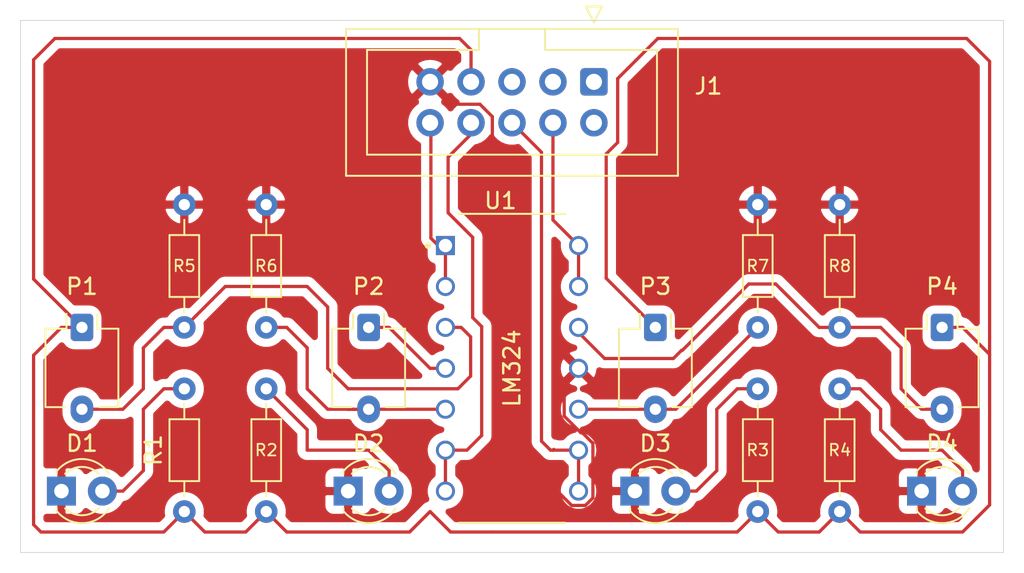
<source format=kicad_pcb>
(kicad_pcb (version 20171130) (host pcbnew 5.1.10-88a1d61d58~90~ubuntu20.04.1)

  (general
    (thickness 1.6)
    (drawings 4)
    (tracks 147)
    (zones 0)
    (modules 18)
    (nets 19)
  )

  (page A4)
  (layers
    (0 F.Cu signal)
    (31 B.Cu signal)
    (32 B.Adhes user)
    (33 F.Adhes user)
    (34 B.Paste user)
    (35 F.Paste user)
    (36 B.SilkS user)
    (37 F.SilkS user)
    (38 B.Mask user)
    (39 F.Mask user)
    (40 Dwgs.User user)
    (41 Cmts.User user)
    (42 Eco1.User user)
    (43 Eco2.User user)
    (44 Edge.Cuts user)
    (45 Margin user)
    (46 B.CrtYd user)
    (47 F.CrtYd user)
    (48 B.Fab user)
    (49 F.Fab user)
  )

  (setup
    (last_trace_width 0.2)
    (trace_clearance 0.2)
    (zone_clearance 0.508)
    (zone_45_only no)
    (trace_min 0.2)
    (via_size 0.8)
    (via_drill 0.4)
    (via_min_size 0.4)
    (via_min_drill 0.3)
    (uvia_size 0.3)
    (uvia_drill 0.1)
    (uvias_allowed no)
    (uvia_min_size 0.2)
    (uvia_min_drill 0.1)
    (edge_width 0.05)
    (segment_width 0.2)
    (pcb_text_width 0.3)
    (pcb_text_size 1.5 1.5)
    (mod_edge_width 0.12)
    (mod_text_size 1 1)
    (mod_text_width 0.15)
    (pad_size 1.524 1.524)
    (pad_drill 0.762)
    (pad_to_mask_clearance 0)
    (aux_axis_origin 0 0)
    (visible_elements FFFFFF7F)
    (pcbplotparams
      (layerselection 0x010fc_ffffffff)
      (usegerberextensions false)
      (usegerberattributes true)
      (usegerberadvancedattributes true)
      (creategerberjobfile true)
      (excludeedgelayer true)
      (linewidth 0.100000)
      (plotframeref false)
      (viasonmask false)
      (mode 1)
      (useauxorigin false)
      (hpglpennumber 1)
      (hpglpenspeed 20)
      (hpglpendiameter 15.000000)
      (psnegative false)
      (psa4output false)
      (plotreference true)
      (plotvalue true)
      (plotinvisibletext false)
      (padsonsilk false)
      (subtractmaskfromsilk false)
      (outputformat 1)
      (mirror false)
      (drillshape 1)
      (scaleselection 1)
      (outputdirectory ""))
  )

  (net 0 "")
  (net 1 "Net-(D1-Pad2)")
  (net 2 GND)
  (net 3 "Net-(D2-Pad2)")
  (net 4 "Net-(D3-Pad2)")
  (net 5 "Net-(D4-Pad2)")
  (net 6 01)
  (net 7 02)
  (net 8 03)
  (net 9 04)
  (net 10 "Net-(J1-Pad2)")
  (net 11 VCC)
  (net 12 "Net-(J1-Pad5)")
  (net 13 "Net-(J1-Pad3)")
  (net 14 "Net-(J1-Pad1)")
  (net 15 A1)
  (net 16 A2)
  (net 17 A3)
  (net 18 A4)

  (net_class Default "This is the default net class."
    (clearance 0.2)
    (trace_width 0.2)
    (via_dia 0.8)
    (via_drill 0.4)
    (uvia_dia 0.3)
    (uvia_drill 0.1)
    (add_net 01)
    (add_net 02)
    (add_net 03)
    (add_net 04)
    (add_net A1)
    (add_net A2)
    (add_net A3)
    (add_net A4)
    (add_net GND)
    (add_net "Net-(D1-Pad2)")
    (add_net "Net-(D2-Pad2)")
    (add_net "Net-(D3-Pad2)")
    (add_net "Net-(D4-Pad2)")
    (add_net "Net-(J1-Pad1)")
    (add_net "Net-(J1-Pad2)")
    (add_net "Net-(J1-Pad3)")
    (add_net "Net-(J1-Pad5)")
    (add_net VCC)
  )

  (module Resistor_THT:R_Axial_DIN0204_L3.6mm_D1.6mm_P7.62mm_Horizontal (layer F.Cu) (tedit 5AE5139B) (tstamp 61D99715)
    (at 172.72 95.25 90)
    (descr "Resistor, Axial_DIN0204 series, Axial, Horizontal, pin pitch=7.62mm, 0.167W, length*diameter=3.6*1.6mm^2, http://cdn-reichelt.de/documents/datenblatt/B400/1_4W%23YAG.pdf")
    (tags "Resistor Axial_DIN0204 series Axial Horizontal pin pitch 7.62mm 0.167W length 3.6mm diameter 1.6mm")
    (path /61DB35A7)
    (fp_text reference R7 (at 3.81 -1.92 90) (layer F.SilkS) hide
      (effects (font (size 1 1) (thickness 0.15)))
    )
    (fp_text value R_US (at 3.81 1.92 90) (layer F.Fab) hide
      (effects (font (size 1 1) (thickness 0.15)))
    )
    (fp_text user %R (at 3.81 0 180) (layer F.SilkS)
      (effects (font (size 0.72 0.72) (thickness 0.108)))
    )
    (fp_line (start 2.01 -0.8) (end 2.01 0.8) (layer F.Fab) (width 0.1))
    (fp_line (start 2.01 0.8) (end 5.61 0.8) (layer F.Fab) (width 0.1))
    (fp_line (start 5.61 0.8) (end 5.61 -0.8) (layer F.Fab) (width 0.1))
    (fp_line (start 5.61 -0.8) (end 2.01 -0.8) (layer F.Fab) (width 0.1))
    (fp_line (start 0 0) (end 2.01 0) (layer F.Fab) (width 0.1))
    (fp_line (start 7.62 0) (end 5.61 0) (layer F.Fab) (width 0.1))
    (fp_line (start 1.89 -0.92) (end 1.89 0.92) (layer F.SilkS) (width 0.12))
    (fp_line (start 1.89 0.92) (end 5.73 0.92) (layer F.SilkS) (width 0.12))
    (fp_line (start 5.73 0.92) (end 5.73 -0.92) (layer F.SilkS) (width 0.12))
    (fp_line (start 5.73 -0.92) (end 1.89 -0.92) (layer F.SilkS) (width 0.12))
    (fp_line (start 0.94 0) (end 1.89 0) (layer F.SilkS) (width 0.12))
    (fp_line (start 6.68 0) (end 5.73 0) (layer F.SilkS) (width 0.12))
    (fp_line (start -0.95 -1.05) (end -0.95 1.05) (layer F.CrtYd) (width 0.05))
    (fp_line (start -0.95 1.05) (end 8.57 1.05) (layer F.CrtYd) (width 0.05))
    (fp_line (start 8.57 1.05) (end 8.57 -1.05) (layer F.CrtYd) (width 0.05))
    (fp_line (start 8.57 -1.05) (end -0.95 -1.05) (layer F.CrtYd) (width 0.05))
    (pad 2 thru_hole oval (at 7.62 0 90) (size 1.4 1.4) (drill 0.7) (layers *.Cu *.Mask)
      (net 2 GND))
    (pad 1 thru_hole circle (at 0 0 90) (size 1.4 1.4) (drill 0.7) (layers *.Cu *.Mask)
      (net 17 A3))
    (model ${KISYS3DMOD}/Resistor_THT.3dshapes/R_Axial_DIN0204_L3.6mm_D1.6mm_P7.62mm_Horizontal.wrl
      (at (xyz 0 0 0))
      (scale (xyz 1 1 1))
      (rotate (xyz 0 0 0))
    )
  )

  (module lsa:LM324-N (layer F.Cu) (tedit 61D89EC1) (tstamp 61D9974A)
    (at 157.48 97.79)
    (path /61F7F8C0)
    (fp_text reference U1 (at -0.717 -10.4005) (layer F.SilkS)
      (effects (font (size 1 1) (thickness 0.15)))
    )
    (fp_text value LM324 (at 0 0 90) (layer F.SilkS)
      (effects (font (size 1 1) (thickness 0.15)))
    )
    (fp_circle (center -5.2175 -7.62) (end -5.1175 -7.62) (layer F.SilkS) (width 0.2))
    (fp_circle (center -5.2175 -7.62) (end -5.1175 -7.62) (layer F.Fab) (width 0.2))
    (fp_line (start -3.302 -9.5885) (end 3.302 -9.5885) (layer F.Fab) (width 0.127))
    (fp_line (start -3.302 9.5885) (end 3.302 9.5885) (layer F.Fab) (width 0.127))
    (fp_line (start -3.302 -9.5885) (end 3.302 -9.5885) (layer F.SilkS) (width 0.127))
    (fp_line (start -3.302 9.5885) (end 3.302 9.5885) (layer F.SilkS) (width 0.127))
    (fp_line (start -3.302 -9.5885) (end -3.302 9.5885) (layer F.Fab) (width 0.127))
    (fp_line (start 3.302 -9.5885) (end 3.302 9.5885) (layer F.Fab) (width 0.127))
    (fp_line (start 4.9675 -9.8385) (end -4.9675 -9.8385) (layer F.CrtYd) (width 0.05))
    (fp_line (start 4.9675 9.8385) (end -4.9675 9.8385) (layer F.CrtYd) (width 0.05))
    (fp_line (start 4.9675 -9.8385) (end 4.9675 9.8385) (layer F.CrtYd) (width 0.05))
    (fp_line (start -4.9675 -9.8385) (end -4.9675 9.8385) (layer F.CrtYd) (width 0.05))
    (pad 1 thru_hole rect (at -4.1275 -7.62) (size 1.18 1.18) (drill 0.83) (layers *.Cu *.Mask)
      (net 6 01))
    (pad 2 thru_hole circle (at -4.1275 -5.08) (size 1.18 1.18) (drill 0.83) (layers *.Cu *.Mask)
      (net 6 01))
    (pad 3 thru_hole circle (at -4.1275 -2.54) (size 1.18 1.18) (drill 0.83) (layers *.Cu *.Mask)
      (net 15 A1))
    (pad 4 thru_hole circle (at -4.1275 0) (size 1.18 1.18) (drill 0.83) (layers *.Cu *.Mask)
      (net 11 VCC))
    (pad 5 thru_hole circle (at -4.1275 2.54) (size 1.18 1.18) (drill 0.83) (layers *.Cu *.Mask)
      (net 16 A2))
    (pad 6 thru_hole circle (at -4.1275 5.08) (size 1.18 1.18) (drill 0.83) (layers *.Cu *.Mask)
      (net 7 02))
    (pad 7 thru_hole circle (at -4.1275 7.62) (size 1.18 1.18) (drill 0.83) (layers *.Cu *.Mask)
      (net 7 02))
    (pad 8 thru_hole circle (at 4.1275 7.62) (size 1.18 1.18) (drill 0.83) (layers *.Cu *.Mask)
      (net 8 03))
    (pad 9 thru_hole circle (at 4.1275 5.08) (size 1.18 1.18) (drill 0.83) (layers *.Cu *.Mask)
      (net 8 03))
    (pad 10 thru_hole circle (at 4.1275 2.54) (size 1.18 1.18) (drill 0.83) (layers *.Cu *.Mask)
      (net 17 A3))
    (pad 11 thru_hole circle (at 4.1275 0) (size 1.18 1.18) (drill 0.83) (layers *.Cu *.Mask)
      (net 2 GND))
    (pad 12 thru_hole circle (at 4.1275 -2.54) (size 1.18 1.18) (drill 0.83) (layers *.Cu *.Mask)
      (net 18 A4))
    (pad 13 thru_hole circle (at 4.1275 -5.08) (size 1.18 1.18) (drill 0.83) (layers *.Cu *.Mask)
      (net 9 04))
    (pad 14 thru_hole circle (at 4.1275 -7.62) (size 1.18 1.18) (drill 0.83) (layers *.Cu *.Mask)
      (net 9 04))
    (model ${KIPRJMOD}/LM324N_NOPB/LM324N_NOPB.step
      (at (xyz 0 0 0))
      (scale (xyz 1 1 1))
      (rotate (xyz -90 0 90))
    )
  )

  (module Resistor_THT:R_Axial_DIN0204_L3.6mm_D1.6mm_P7.62mm_Horizontal (layer F.Cu) (tedit 5AE5139B) (tstamp 61D9972C)
    (at 177.8 95.25 90)
    (descr "Resistor, Axial_DIN0204 series, Axial, Horizontal, pin pitch=7.62mm, 0.167W, length*diameter=3.6*1.6mm^2, http://cdn-reichelt.de/documents/datenblatt/B400/1_4W%23YAG.pdf")
    (tags "Resistor Axial_DIN0204 series Axial Horizontal pin pitch 7.62mm 0.167W length 3.6mm diameter 1.6mm")
    (path /61DB3D6F)
    (fp_text reference R8 (at 3.81 -1.92 90) (layer F.SilkS) hide
      (effects (font (size 1 1) (thickness 0.15)))
    )
    (fp_text value R_US (at 3.81 1.92 90) (layer F.Fab) hide
      (effects (font (size 1 1) (thickness 0.15)))
    )
    (fp_text user %R (at 3.81 0) (layer F.SilkS)
      (effects (font (size 0.72 0.72) (thickness 0.108)))
    )
    (fp_line (start 2.01 -0.8) (end 2.01 0.8) (layer F.Fab) (width 0.1))
    (fp_line (start 2.01 0.8) (end 5.61 0.8) (layer F.Fab) (width 0.1))
    (fp_line (start 5.61 0.8) (end 5.61 -0.8) (layer F.Fab) (width 0.1))
    (fp_line (start 5.61 -0.8) (end 2.01 -0.8) (layer F.Fab) (width 0.1))
    (fp_line (start 0 0) (end 2.01 0) (layer F.Fab) (width 0.1))
    (fp_line (start 7.62 0) (end 5.61 0) (layer F.Fab) (width 0.1))
    (fp_line (start 1.89 -0.92) (end 1.89 0.92) (layer F.SilkS) (width 0.12))
    (fp_line (start 1.89 0.92) (end 5.73 0.92) (layer F.SilkS) (width 0.12))
    (fp_line (start 5.73 0.92) (end 5.73 -0.92) (layer F.SilkS) (width 0.12))
    (fp_line (start 5.73 -0.92) (end 1.89 -0.92) (layer F.SilkS) (width 0.12))
    (fp_line (start 0.94 0) (end 1.89 0) (layer F.SilkS) (width 0.12))
    (fp_line (start 6.68 0) (end 5.73 0) (layer F.SilkS) (width 0.12))
    (fp_line (start -0.95 -1.05) (end -0.95 1.05) (layer F.CrtYd) (width 0.05))
    (fp_line (start -0.95 1.05) (end 8.57 1.05) (layer F.CrtYd) (width 0.05))
    (fp_line (start 8.57 1.05) (end 8.57 -1.05) (layer F.CrtYd) (width 0.05))
    (fp_line (start 8.57 -1.05) (end -0.95 -1.05) (layer F.CrtYd) (width 0.05))
    (pad 2 thru_hole oval (at 7.62 0 90) (size 1.4 1.4) (drill 0.7) (layers *.Cu *.Mask)
      (net 2 GND))
    (pad 1 thru_hole circle (at 0 0 90) (size 1.4 1.4) (drill 0.7) (layers *.Cu *.Mask)
      (net 18 A4))
    (model ${KISYS3DMOD}/Resistor_THT.3dshapes/R_Axial_DIN0204_L3.6mm_D1.6mm_P7.62mm_Horizontal.wrl
      (at (xyz 0 0 0))
      (scale (xyz 1 1 1))
      (rotate (xyz 0 0 0))
    )
  )

  (module Resistor_THT:R_Axial_DIN0204_L3.6mm_D1.6mm_P7.62mm_Horizontal (layer F.Cu) (tedit 5AE5139B) (tstamp 61D996FE)
    (at 142.24 95.25 90)
    (descr "Resistor, Axial_DIN0204 series, Axial, Horizontal, pin pitch=7.62mm, 0.167W, length*diameter=3.6*1.6mm^2, http://cdn-reichelt.de/documents/datenblatt/B400/1_4W%23YAG.pdf")
    (tags "Resistor Axial_DIN0204 series Axial Horizontal pin pitch 7.62mm 0.167W length 3.6mm diameter 1.6mm")
    (path /61DB29B6)
    (fp_text reference R6 (at 3.81 -1.92 90) (layer F.SilkS) hide
      (effects (font (size 1 1) (thickness 0.15)))
    )
    (fp_text value R_US (at 3.81 1.92 90) (layer F.Fab) hide
      (effects (font (size 1 1) (thickness 0.15)))
    )
    (fp_text user %R (at 3.81 0 180) (layer F.SilkS)
      (effects (font (size 0.72 0.72) (thickness 0.108)))
    )
    (fp_line (start 2.01 -0.8) (end 2.01 0.8) (layer F.Fab) (width 0.1))
    (fp_line (start 2.01 0.8) (end 5.61 0.8) (layer F.Fab) (width 0.1))
    (fp_line (start 5.61 0.8) (end 5.61 -0.8) (layer F.Fab) (width 0.1))
    (fp_line (start 5.61 -0.8) (end 2.01 -0.8) (layer F.Fab) (width 0.1))
    (fp_line (start 0 0) (end 2.01 0) (layer F.Fab) (width 0.1))
    (fp_line (start 7.62 0) (end 5.61 0) (layer F.Fab) (width 0.1))
    (fp_line (start 1.89 -0.92) (end 1.89 0.92) (layer F.SilkS) (width 0.12))
    (fp_line (start 1.89 0.92) (end 5.73 0.92) (layer F.SilkS) (width 0.12))
    (fp_line (start 5.73 0.92) (end 5.73 -0.92) (layer F.SilkS) (width 0.12))
    (fp_line (start 5.73 -0.92) (end 1.89 -0.92) (layer F.SilkS) (width 0.12))
    (fp_line (start 0.94 0) (end 1.89 0) (layer F.SilkS) (width 0.12))
    (fp_line (start 6.68 0) (end 5.73 0) (layer F.SilkS) (width 0.12))
    (fp_line (start -0.95 -1.05) (end -0.95 1.05) (layer F.CrtYd) (width 0.05))
    (fp_line (start -0.95 1.05) (end 8.57 1.05) (layer F.CrtYd) (width 0.05))
    (fp_line (start 8.57 1.05) (end 8.57 -1.05) (layer F.CrtYd) (width 0.05))
    (fp_line (start 8.57 -1.05) (end -0.95 -1.05) (layer F.CrtYd) (width 0.05))
    (pad 2 thru_hole oval (at 7.62 0 90) (size 1.4 1.4) (drill 0.7) (layers *.Cu *.Mask)
      (net 2 GND))
    (pad 1 thru_hole circle (at 0 0 90) (size 1.4 1.4) (drill 0.7) (layers *.Cu *.Mask)
      (net 16 A2))
    (model ${KISYS3DMOD}/Resistor_THT.3dshapes/R_Axial_DIN0204_L3.6mm_D1.6mm_P7.62mm_Horizontal.wrl
      (at (xyz 0 0 0))
      (scale (xyz 1 1 1))
      (rotate (xyz 0 0 0))
    )
  )

  (module Resistor_THT:R_Axial_DIN0204_L3.6mm_D1.6mm_P7.62mm_Horizontal (layer F.Cu) (tedit 5AE5139B) (tstamp 61D996E7)
    (at 137.16 95.25 90)
    (descr "Resistor, Axial_DIN0204 series, Axial, Horizontal, pin pitch=7.62mm, 0.167W, length*diameter=3.6*1.6mm^2, http://cdn-reichelt.de/documents/datenblatt/B400/1_4W%23YAG.pdf")
    (tags "Resistor Axial_DIN0204 series Axial Horizontal pin pitch 7.62mm 0.167W length 3.6mm diameter 1.6mm")
    (path /61DB1269)
    (fp_text reference R5 (at 3.81 -1.92 90) (layer F.SilkS) hide
      (effects (font (size 1 1) (thickness 0.15)))
    )
    (fp_text value R_US (at 3.81 1.92 90) (layer F.Fab) hide
      (effects (font (size 1 1) (thickness 0.15)))
    )
    (fp_text user %R (at 3.81 0 180) (layer F.SilkS)
      (effects (font (size 0.72 0.72) (thickness 0.108)))
    )
    (fp_line (start 2.01 -0.8) (end 2.01 0.8) (layer F.Fab) (width 0.1))
    (fp_line (start 2.01 0.8) (end 5.61 0.8) (layer F.Fab) (width 0.1))
    (fp_line (start 5.61 0.8) (end 5.61 -0.8) (layer F.Fab) (width 0.1))
    (fp_line (start 5.61 -0.8) (end 2.01 -0.8) (layer F.Fab) (width 0.1))
    (fp_line (start 0 0) (end 2.01 0) (layer F.Fab) (width 0.1))
    (fp_line (start 7.62 0) (end 5.61 0) (layer F.Fab) (width 0.1))
    (fp_line (start 1.89 -0.92) (end 1.89 0.92) (layer F.SilkS) (width 0.12))
    (fp_line (start 1.89 0.92) (end 5.73 0.92) (layer F.SilkS) (width 0.12))
    (fp_line (start 5.73 0.92) (end 5.73 -0.92) (layer F.SilkS) (width 0.12))
    (fp_line (start 5.73 -0.92) (end 1.89 -0.92) (layer F.SilkS) (width 0.12))
    (fp_line (start 0.94 0) (end 1.89 0) (layer F.SilkS) (width 0.12))
    (fp_line (start 6.68 0) (end 5.73 0) (layer F.SilkS) (width 0.12))
    (fp_line (start -0.95 -1.05) (end -0.95 1.05) (layer F.CrtYd) (width 0.05))
    (fp_line (start -0.95 1.05) (end 8.57 1.05) (layer F.CrtYd) (width 0.05))
    (fp_line (start 8.57 1.05) (end 8.57 -1.05) (layer F.CrtYd) (width 0.05))
    (fp_line (start 8.57 -1.05) (end -0.95 -1.05) (layer F.CrtYd) (width 0.05))
    (pad 2 thru_hole oval (at 7.62 0 90) (size 1.4 1.4) (drill 0.7) (layers *.Cu *.Mask)
      (net 2 GND))
    (pad 1 thru_hole circle (at 0 0 90) (size 1.4 1.4) (drill 0.7) (layers *.Cu *.Mask)
      (net 15 A1))
    (model ${KISYS3DMOD}/Resistor_THT.3dshapes/R_Axial_DIN0204_L3.6mm_D1.6mm_P7.62mm_Horizontal.wrl
      (at (xyz 0 0 0))
      (scale (xyz 1 1 1))
      (rotate (xyz 0 0 0))
    )
  )

  (module Resistor_THT:R_Axial_DIN0204_L3.6mm_D1.6mm_P7.62mm_Horizontal (layer F.Cu) (tedit 5AE5139B) (tstamp 61D996D0)
    (at 177.8 106.68 90)
    (descr "Resistor, Axial_DIN0204 series, Axial, Horizontal, pin pitch=7.62mm, 0.167W, length*diameter=3.6*1.6mm^2, http://cdn-reichelt.de/documents/datenblatt/B400/1_4W%23YAG.pdf")
    (tags "Resistor Axial_DIN0204 series Axial Horizontal pin pitch 7.62mm 0.167W length 3.6mm diameter 1.6mm")
    (path /61DB57FE)
    (fp_text reference R4 (at 3.81 -1.92 90) (layer F.SilkS) hide
      (effects (font (size 1 1) (thickness 0.15)))
    )
    (fp_text value R_US (at 3.81 1.92 90) (layer F.Fab) hide
      (effects (font (size 1 1) (thickness 0.15)))
    )
    (fp_text user %R (at 3.81 0 180) (layer F.SilkS)
      (effects (font (size 0.72 0.72) (thickness 0.108)))
    )
    (fp_line (start 2.01 -0.8) (end 2.01 0.8) (layer F.Fab) (width 0.1))
    (fp_line (start 2.01 0.8) (end 5.61 0.8) (layer F.Fab) (width 0.1))
    (fp_line (start 5.61 0.8) (end 5.61 -0.8) (layer F.Fab) (width 0.1))
    (fp_line (start 5.61 -0.8) (end 2.01 -0.8) (layer F.Fab) (width 0.1))
    (fp_line (start 0 0) (end 2.01 0) (layer F.Fab) (width 0.1))
    (fp_line (start 7.62 0) (end 5.61 0) (layer F.Fab) (width 0.1))
    (fp_line (start 1.89 -0.92) (end 1.89 0.92) (layer F.SilkS) (width 0.12))
    (fp_line (start 1.89 0.92) (end 5.73 0.92) (layer F.SilkS) (width 0.12))
    (fp_line (start 5.73 0.92) (end 5.73 -0.92) (layer F.SilkS) (width 0.12))
    (fp_line (start 5.73 -0.92) (end 1.89 -0.92) (layer F.SilkS) (width 0.12))
    (fp_line (start 0.94 0) (end 1.89 0) (layer F.SilkS) (width 0.12))
    (fp_line (start 6.68 0) (end 5.73 0) (layer F.SilkS) (width 0.12))
    (fp_line (start -0.95 -1.05) (end -0.95 1.05) (layer F.CrtYd) (width 0.05))
    (fp_line (start -0.95 1.05) (end 8.57 1.05) (layer F.CrtYd) (width 0.05))
    (fp_line (start 8.57 1.05) (end 8.57 -1.05) (layer F.CrtYd) (width 0.05))
    (fp_line (start 8.57 -1.05) (end -0.95 -1.05) (layer F.CrtYd) (width 0.05))
    (pad 2 thru_hole oval (at 7.62 0 90) (size 1.4 1.4) (drill 0.7) (layers *.Cu *.Mask)
      (net 5 "Net-(D4-Pad2)"))
    (pad 1 thru_hole circle (at 0 0 90) (size 1.4 1.4) (drill 0.7) (layers *.Cu *.Mask)
      (net 11 VCC))
    (model ${KISYS3DMOD}/Resistor_THT.3dshapes/R_Axial_DIN0204_L3.6mm_D1.6mm_P7.62mm_Horizontal.wrl
      (at (xyz 0 0 0))
      (scale (xyz 1 1 1))
      (rotate (xyz 0 0 0))
    )
  )

  (module Resistor_THT:R_Axial_DIN0204_L3.6mm_D1.6mm_P7.62mm_Horizontal (layer F.Cu) (tedit 5AE5139B) (tstamp 61D9B1C3)
    (at 172.72 106.68 90)
    (descr "Resistor, Axial_DIN0204 series, Axial, Horizontal, pin pitch=7.62mm, 0.167W, length*diameter=3.6*1.6mm^2, http://cdn-reichelt.de/documents/datenblatt/B400/1_4W%23YAG.pdf")
    (tags "Resistor Axial_DIN0204 series Axial Horizontal pin pitch 7.62mm 0.167W length 3.6mm diameter 1.6mm")
    (path /61DB3975)
    (fp_text reference R3 (at 3.81 -1.92 90) (layer F.SilkS) hide
      (effects (font (size 1 1) (thickness 0.15)))
    )
    (fp_text value R_US (at 3.81 1.92 90) (layer F.Fab) hide
      (effects (font (size 1 1) (thickness 0.15)))
    )
    (fp_text user %R (at 3.81 0 180) (layer F.SilkS)
      (effects (font (size 0.72 0.72) (thickness 0.108)))
    )
    (fp_line (start 2.01 -0.8) (end 2.01 0.8) (layer F.Fab) (width 0.1))
    (fp_line (start 2.01 0.8) (end 5.61 0.8) (layer F.Fab) (width 0.1))
    (fp_line (start 5.61 0.8) (end 5.61 -0.8) (layer F.Fab) (width 0.1))
    (fp_line (start 5.61 -0.8) (end 2.01 -0.8) (layer F.Fab) (width 0.1))
    (fp_line (start 0 0) (end 2.01 0) (layer F.Fab) (width 0.1))
    (fp_line (start 7.62 0) (end 5.61 0) (layer F.Fab) (width 0.1))
    (fp_line (start 1.89 -0.92) (end 1.89 0.92) (layer F.SilkS) (width 0.12))
    (fp_line (start 1.89 0.92) (end 5.73 0.92) (layer F.SilkS) (width 0.12))
    (fp_line (start 5.73 0.92) (end 5.73 -0.92) (layer F.SilkS) (width 0.12))
    (fp_line (start 5.73 -0.92) (end 1.89 -0.92) (layer F.SilkS) (width 0.12))
    (fp_line (start 0.94 0) (end 1.89 0) (layer F.SilkS) (width 0.12))
    (fp_line (start 6.68 0) (end 5.73 0) (layer F.SilkS) (width 0.12))
    (fp_line (start -0.95 -1.05) (end -0.95 1.05) (layer F.CrtYd) (width 0.05))
    (fp_line (start -0.95 1.05) (end 8.57 1.05) (layer F.CrtYd) (width 0.05))
    (fp_line (start 8.57 1.05) (end 8.57 -1.05) (layer F.CrtYd) (width 0.05))
    (fp_line (start 8.57 -1.05) (end -0.95 -1.05) (layer F.CrtYd) (width 0.05))
    (pad 2 thru_hole oval (at 7.62 0 90) (size 1.4 1.4) (drill 0.7) (layers *.Cu *.Mask)
      (net 4 "Net-(D3-Pad2)"))
    (pad 1 thru_hole circle (at 0 0 90) (size 1.4 1.4) (drill 0.7) (layers *.Cu *.Mask)
      (net 11 VCC))
    (model ${KISYS3DMOD}/Resistor_THT.3dshapes/R_Axial_DIN0204_L3.6mm_D1.6mm_P7.62mm_Horizontal.wrl
      (at (xyz 0 0 0))
      (scale (xyz 1 1 1))
      (rotate (xyz 0 0 0))
    )
  )

  (module Resistor_THT:R_Axial_DIN0204_L3.6mm_D1.6mm_P7.62mm_Horizontal (layer F.Cu) (tedit 5AE5139B) (tstamp 61D9B003)
    (at 142.24 106.68 90)
    (descr "Resistor, Axial_DIN0204 series, Axial, Horizontal, pin pitch=7.62mm, 0.167W, length*diameter=3.6*1.6mm^2, http://cdn-reichelt.de/documents/datenblatt/B400/1_4W%23YAG.pdf")
    (tags "Resistor Axial_DIN0204 series Axial Horizontal pin pitch 7.62mm 0.167W length 3.6mm diameter 1.6mm")
    (path /61DB3093)
    (fp_text reference R2 (at 3.81 -1.92 90) (layer F.SilkS) hide
      (effects (font (size 1 1) (thickness 0.15)))
    )
    (fp_text value R_US (at 3.81 1.92 90) (layer F.Fab) hide
      (effects (font (size 1 1) (thickness 0.15)))
    )
    (fp_text user %R (at 3.81 0 180) (layer F.SilkS)
      (effects (font (size 0.72 0.72) (thickness 0.108)))
    )
    (fp_line (start 2.01 -0.8) (end 2.01 0.8) (layer F.Fab) (width 0.1))
    (fp_line (start 2.01 0.8) (end 5.61 0.8) (layer F.Fab) (width 0.1))
    (fp_line (start 5.61 0.8) (end 5.61 -0.8) (layer F.Fab) (width 0.1))
    (fp_line (start 5.61 -0.8) (end 2.01 -0.8) (layer F.Fab) (width 0.1))
    (fp_line (start 0 0) (end 2.01 0) (layer F.Fab) (width 0.1))
    (fp_line (start 7.62 0) (end 5.61 0) (layer F.Fab) (width 0.1))
    (fp_line (start 1.89 -0.92) (end 1.89 0.92) (layer F.SilkS) (width 0.12))
    (fp_line (start 1.89 0.92) (end 5.73 0.92) (layer F.SilkS) (width 0.12))
    (fp_line (start 5.73 0.92) (end 5.73 -0.92) (layer F.SilkS) (width 0.12))
    (fp_line (start 5.73 -0.92) (end 1.89 -0.92) (layer F.SilkS) (width 0.12))
    (fp_line (start 0.94 0) (end 1.89 0) (layer F.SilkS) (width 0.12))
    (fp_line (start 6.68 0) (end 5.73 0) (layer F.SilkS) (width 0.12))
    (fp_line (start -0.95 -1.05) (end -0.95 1.05) (layer F.CrtYd) (width 0.05))
    (fp_line (start -0.95 1.05) (end 8.57 1.05) (layer F.CrtYd) (width 0.05))
    (fp_line (start 8.57 1.05) (end 8.57 -1.05) (layer F.CrtYd) (width 0.05))
    (fp_line (start 8.57 -1.05) (end -0.95 -1.05) (layer F.CrtYd) (width 0.05))
    (pad 2 thru_hole oval (at 7.62 0 90) (size 1.4 1.4) (drill 0.7) (layers *.Cu *.Mask)
      (net 3 "Net-(D2-Pad2)"))
    (pad 1 thru_hole circle (at 0 0 90) (size 1.4 1.4) (drill 0.7) (layers *.Cu *.Mask)
      (net 11 VCC))
    (model ${KISYS3DMOD}/Resistor_THT.3dshapes/R_Axial_DIN0204_L3.6mm_D1.6mm_P7.62mm_Horizontal.wrl
      (at (xyz 0 0 0))
      (scale (xyz 1 1 1))
      (rotate (xyz 0 0 0))
    )
  )

  (module Resistor_THT:R_Axial_DIN0204_L3.6mm_D1.6mm_P7.62mm_Horizontal (layer F.Cu) (tedit 5AE5139B) (tstamp 61D9968B)
    (at 137.16 106.68 90)
    (descr "Resistor, Axial_DIN0204 series, Axial, Horizontal, pin pitch=7.62mm, 0.167W, length*diameter=3.6*1.6mm^2, http://cdn-reichelt.de/documents/datenblatt/B400/1_4W%23YAG.pdf")
    (tags "Resistor Axial_DIN0204 series Axial Horizontal pin pitch 7.62mm 0.167W length 3.6mm diameter 1.6mm")
    (path /61DB2641)
    (fp_text reference R1 (at 3.81 -1.92 90) (layer F.SilkS)
      (effects (font (size 1 1) (thickness 0.15)))
    )
    (fp_text value R_US (at 3.81 1.92 90) (layer F.Fab) hide
      (effects (font (size 1 1) (thickness 0.15)))
    )
    (fp_text user %R (at 3.81 0 90) (layer F.Fab)
      (effects (font (size 0.72 0.72) (thickness 0.108)))
    )
    (fp_line (start 2.01 -0.8) (end 2.01 0.8) (layer F.Fab) (width 0.1))
    (fp_line (start 2.01 0.8) (end 5.61 0.8) (layer F.Fab) (width 0.1))
    (fp_line (start 5.61 0.8) (end 5.61 -0.8) (layer F.Fab) (width 0.1))
    (fp_line (start 5.61 -0.8) (end 2.01 -0.8) (layer F.Fab) (width 0.1))
    (fp_line (start 0 0) (end 2.01 0) (layer F.Fab) (width 0.1))
    (fp_line (start 7.62 0) (end 5.61 0) (layer F.Fab) (width 0.1))
    (fp_line (start 1.89 -0.92) (end 1.89 0.92) (layer F.SilkS) (width 0.12))
    (fp_line (start 1.89 0.92) (end 5.73 0.92) (layer F.SilkS) (width 0.12))
    (fp_line (start 5.73 0.92) (end 5.73 -0.92) (layer F.SilkS) (width 0.12))
    (fp_line (start 5.73 -0.92) (end 1.89 -0.92) (layer F.SilkS) (width 0.12))
    (fp_line (start 0.94 0) (end 1.89 0) (layer F.SilkS) (width 0.12))
    (fp_line (start 6.68 0) (end 5.73 0) (layer F.SilkS) (width 0.12))
    (fp_line (start -0.95 -1.05) (end -0.95 1.05) (layer F.CrtYd) (width 0.05))
    (fp_line (start -0.95 1.05) (end 8.57 1.05) (layer F.CrtYd) (width 0.05))
    (fp_line (start 8.57 1.05) (end 8.57 -1.05) (layer F.CrtYd) (width 0.05))
    (fp_line (start 8.57 -1.05) (end -0.95 -1.05) (layer F.CrtYd) (width 0.05))
    (pad 2 thru_hole oval (at 7.62 0 90) (size 1.4 1.4) (drill 0.7) (layers *.Cu *.Mask)
      (net 1 "Net-(D1-Pad2)"))
    (pad 1 thru_hole circle (at 0 0 90) (size 1.4 1.4) (drill 0.7) (layers *.Cu *.Mask)
      (net 11 VCC))
    (model ${KISYS3DMOD}/Resistor_THT.3dshapes/R_Axial_DIN0204_L3.6mm_D1.6mm_P7.62mm_Horizontal.wrl
      (at (xyz 0 0 0))
      (scale (xyz 1 1 1))
      (rotate (xyz 0 0 0))
    )
  )

  (module OptoDevice:Osram_DIL2_4.3x4.65mm_P5.08mm (layer F.Cu) (tedit 5B887DD0) (tstamp 61D99674)
    (at 184.15 95.25 270)
    (descr "PhotoDiode, plastic DIL, 4.3x4.65mm², RM5.08")
    (tags "PhotoDiode plastic DIL RM5.08")
    (path /61DAE520)
    (fp_text reference P4 (at 2.54 -3.17 90) (layer F.SilkS) hide
      (effects (font (size 1 1) (thickness 0.15)))
    )
    (fp_text value D_Photo (at 2.54 3.17 90) (layer F.Fab) hide
      (effects (font (size 1 1) (thickness 0.15)))
    )
    (fp_text user %R (at -2.54 0 180) (layer F.SilkS)
      (effects (font (size 1 1) (thickness 0.15)))
    )
    (fp_line (start 3.79 1.5) (end 3.79 -1.5) (layer F.Fab) (width 0.1))
    (fp_line (start 0.79 -1.5) (end 0.79 1.5) (layer F.Fab) (width 0.1))
    (fp_line (start 0.08 0.96) (end 0.08 2.26) (layer F.SilkS) (width 0.12))
    (fp_line (start 0.08 -2.26) (end 0.08 -0.96) (layer F.SilkS) (width 0.12))
    (fp_line (start 4.95 1.06) (end 4.95 2.26) (layer F.SilkS) (width 0.12))
    (fp_line (start 4.95 2.26) (end 0.08 2.26) (layer F.SilkS) (width 0.12))
    (fp_line (start 0.08 -2.26) (end 4.95 -2.26) (layer F.SilkS) (width 0.12))
    (fp_line (start 4.95 -2.26) (end 4.95 -1.06) (layer F.SilkS) (width 0.12))
    (fp_line (start 4.84 -2.15) (end 4.84 2.15) (layer F.Fab) (width 0.1))
    (fp_line (start 4.84 2.15) (end 0.19 2.15) (layer F.Fab) (width 0.1))
    (fp_line (start 0.19 2.15) (end 0.19 -1.5) (layer F.Fab) (width 0.1))
    (fp_line (start 0.19 -1.5) (end 0.84 -2.15) (layer F.Fab) (width 0.1))
    (fp_line (start 0.84 -2.15) (end 4.84 -2.15) (layer F.Fab) (width 0.1))
    (fp_line (start 0.79 1.5) (end 3.79 1.5) (layer F.Fab) (width 0.1))
    (fp_line (start 3.79 -1.5) (end 0.79 -1.5) (layer F.Fab) (width 0.1))
    (fp_line (start 2.79 -0.38) (end 3.05 -0.38) (layer F.Fab) (width 0.1))
    (fp_line (start 2.79 -0.38) (end 2.79 -0.64) (layer F.Fab) (width 0.1))
    (fp_line (start 2.29 -0.38) (end 2.54 -0.38) (layer F.Fab) (width 0.1))
    (fp_line (start 2.29 -0.38) (end 2.29 -0.64) (layer F.Fab) (width 0.1))
    (fp_line (start 3.05 -1.14) (end 2.29 -0.38) (layer F.Fab) (width 0.1))
    (fp_line (start 3.56 -1.14) (end 2.79 -0.38) (layer F.Fab) (width 0.1))
    (fp_line (start 2.03 0.64) (end 2.67 0) (layer F.Fab) (width 0.1))
    (fp_line (start 2.67 0) (end 2.67 1.27) (layer F.Fab) (width 0.1))
    (fp_line (start 2.67 1.27) (end 2.03 0.64) (layer F.Fab) (width 0.1))
    (fp_line (start 2.03 0) (end 2.03 1.27) (layer F.Fab) (width 0.1))
    (fp_line (start 1.02 0.64) (end 3.56 0.64) (layer F.Fab) (width 0.1))
    (fp_line (start -1.1 -2.4) (end 6.18 -2.4) (layer F.CrtYd) (width 0.05))
    (fp_line (start -1.1 -2.4) (end -1.1 2.4) (layer F.CrtYd) (width 0.05))
    (fp_line (start 6.18 2.4) (end 6.18 -2.4) (layer F.CrtYd) (width 0.05))
    (fp_line (start 6.18 2.4) (end -1.1 2.4) (layer F.CrtYd) (width 0.05))
    (fp_line (start 0.08 -0.96) (end -0.84 -0.96) (layer F.SilkS) (width 0.12))
    (fp_line (start 0.08 0.96) (end -0.84 0.96) (layer F.SilkS) (width 0.12))
    (pad 1 thru_hole roundrect (at 0 0 270) (size 1.7 1.4) (drill 0.7) (layers *.Cu *.Mask) (roundrect_rratio 0.178)
      (net 11 VCC))
    (pad 2 thru_hole oval (at 5.08 0 270) (size 1.7 1.4) (drill 0.7) (layers *.Cu *.Mask)
      (net 18 A4))
    (model ${KISYS3DMOD}/OptoDevice.3dshapes/Osram_DIL2_4.3x4.65mm_P5.08mm.wrl
      (at (xyz 0 0 0))
      (scale (xyz 1 1 1))
      (rotate (xyz 0 0 0))
    )
    (model ${KIPRJMOD}/Diode/SFH_2505_FA-Z.step
      (offset (xyz 2.5 0 0))
      (scale (xyz 1 1 1))
      (rotate (xyz -90 90 0))
    )
  )

  (module OptoDevice:Osram_DIL2_4.3x4.65mm_P5.08mm (layer F.Cu) (tedit 5B887DD0) (tstamp 61D9964D)
    (at 166.37 95.25 270)
    (descr "PhotoDiode, plastic DIL, 4.3x4.65mm², RM5.08")
    (tags "PhotoDiode plastic DIL RM5.08")
    (path /61DADD73)
    (fp_text reference P3 (at 2.54 -3.17 90) (layer F.SilkS) hide
      (effects (font (size 1 1) (thickness 0.15)))
    )
    (fp_text value D_Photo (at 2.54 3.17 90) (layer F.Fab) hide
      (effects (font (size 1 1) (thickness 0.15)))
    )
    (fp_text user %R (at -2.54 0 180) (layer F.SilkS)
      (effects (font (size 1 1) (thickness 0.15)))
    )
    (fp_line (start 3.79 1.5) (end 3.79 -1.5) (layer F.Fab) (width 0.1))
    (fp_line (start 0.79 -1.5) (end 0.79 1.5) (layer F.Fab) (width 0.1))
    (fp_line (start 0.08 0.96) (end 0.08 2.26) (layer F.SilkS) (width 0.12))
    (fp_line (start 0.08 -2.26) (end 0.08 -0.96) (layer F.SilkS) (width 0.12))
    (fp_line (start 4.95 1.06) (end 4.95 2.26) (layer F.SilkS) (width 0.12))
    (fp_line (start 4.95 2.26) (end 0.08 2.26) (layer F.SilkS) (width 0.12))
    (fp_line (start 0.08 -2.26) (end 4.95 -2.26) (layer F.SilkS) (width 0.12))
    (fp_line (start 4.95 -2.26) (end 4.95 -1.06) (layer F.SilkS) (width 0.12))
    (fp_line (start 4.84 -2.15) (end 4.84 2.15) (layer F.Fab) (width 0.1))
    (fp_line (start 4.84 2.15) (end 0.19 2.15) (layer F.Fab) (width 0.1))
    (fp_line (start 0.19 2.15) (end 0.19 -1.5) (layer F.Fab) (width 0.1))
    (fp_line (start 0.19 -1.5) (end 0.84 -2.15) (layer F.Fab) (width 0.1))
    (fp_line (start 0.84 -2.15) (end 4.84 -2.15) (layer F.Fab) (width 0.1))
    (fp_line (start 0.79 1.5) (end 3.79 1.5) (layer F.Fab) (width 0.1))
    (fp_line (start 3.79 -1.5) (end 0.79 -1.5) (layer F.Fab) (width 0.1))
    (fp_line (start 2.79 -0.38) (end 3.05 -0.38) (layer F.Fab) (width 0.1))
    (fp_line (start 2.79 -0.38) (end 2.79 -0.64) (layer F.Fab) (width 0.1))
    (fp_line (start 2.29 -0.38) (end 2.54 -0.38) (layer F.Fab) (width 0.1))
    (fp_line (start 2.29 -0.38) (end 2.29 -0.64) (layer F.Fab) (width 0.1))
    (fp_line (start 3.05 -1.14) (end 2.29 -0.38) (layer F.Fab) (width 0.1))
    (fp_line (start 3.56 -1.14) (end 2.79 -0.38) (layer F.Fab) (width 0.1))
    (fp_line (start 2.03 0.64) (end 2.67 0) (layer F.Fab) (width 0.1))
    (fp_line (start 2.67 0) (end 2.67 1.27) (layer F.Fab) (width 0.1))
    (fp_line (start 2.67 1.27) (end 2.03 0.64) (layer F.Fab) (width 0.1))
    (fp_line (start 2.03 0) (end 2.03 1.27) (layer F.Fab) (width 0.1))
    (fp_line (start 1.02 0.64) (end 3.56 0.64) (layer F.Fab) (width 0.1))
    (fp_line (start -1.1 -2.4) (end 6.18 -2.4) (layer F.CrtYd) (width 0.05))
    (fp_line (start -1.1 -2.4) (end -1.1 2.4) (layer F.CrtYd) (width 0.05))
    (fp_line (start 6.18 2.4) (end 6.18 -2.4) (layer F.CrtYd) (width 0.05))
    (fp_line (start 6.18 2.4) (end -1.1 2.4) (layer F.CrtYd) (width 0.05))
    (fp_line (start 0.08 -0.96) (end -0.84 -0.96) (layer F.SilkS) (width 0.12))
    (fp_line (start 0.08 0.96) (end -0.84 0.96) (layer F.SilkS) (width 0.12))
    (pad 1 thru_hole roundrect (at 0 0 270) (size 1.7 1.4) (drill 0.7) (layers *.Cu *.Mask) (roundrect_rratio 0.178)
      (net 11 VCC))
    (pad 2 thru_hole oval (at 5.08 0 270) (size 1.7 1.4) (drill 0.7) (layers *.Cu *.Mask)
      (net 17 A3))
    (model ${KISYS3DMOD}/OptoDevice.3dshapes/Osram_DIL2_4.3x4.65mm_P5.08mm.wrl
      (at (xyz 0 0 0))
      (scale (xyz 1 1 1))
      (rotate (xyz 0 0 0))
    )
    (model ${KIPRJMOD}/Diode/SFH_2505_FA-Z.step
      (offset (xyz 2.5 0 0))
      (scale (xyz 1 1 1))
      (rotate (xyz -90 90 0))
    )
  )

  (module OptoDevice:Osram_DIL2_4.3x4.65mm_P5.08mm (layer F.Cu) (tedit 5B887DD0) (tstamp 61D99626)
    (at 148.59 95.25 270)
    (descr "PhotoDiode, plastic DIL, 4.3x4.65mm², RM5.08")
    (tags "PhotoDiode plastic DIL RM5.08")
    (path /61DAD4F4)
    (fp_text reference P2 (at 2.54 -3.17 90) (layer F.SilkS) hide
      (effects (font (size 1 1) (thickness 0.15)))
    )
    (fp_text value D_Photo (at 2.54 3.17 90) (layer F.Fab) hide
      (effects (font (size 1 1) (thickness 0.15)))
    )
    (fp_text user %R (at -2.54 0 180) (layer F.SilkS)
      (effects (font (size 1 1) (thickness 0.15)))
    )
    (fp_line (start 3.79 1.5) (end 3.79 -1.5) (layer F.Fab) (width 0.1))
    (fp_line (start 0.79 -1.5) (end 0.79 1.5) (layer F.Fab) (width 0.1))
    (fp_line (start 0.08 0.96) (end 0.08 2.26) (layer F.SilkS) (width 0.12))
    (fp_line (start 0.08 -2.26) (end 0.08 -0.96) (layer F.SilkS) (width 0.12))
    (fp_line (start 4.95 1.06) (end 4.95 2.26) (layer F.SilkS) (width 0.12))
    (fp_line (start 4.95 2.26) (end 0.08 2.26) (layer F.SilkS) (width 0.12))
    (fp_line (start 0.08 -2.26) (end 4.95 -2.26) (layer F.SilkS) (width 0.12))
    (fp_line (start 4.95 -2.26) (end 4.95 -1.06) (layer F.SilkS) (width 0.12))
    (fp_line (start 4.84 -2.15) (end 4.84 2.15) (layer F.Fab) (width 0.1))
    (fp_line (start 4.84 2.15) (end 0.19 2.15) (layer F.Fab) (width 0.1))
    (fp_line (start 0.19 2.15) (end 0.19 -1.5) (layer F.Fab) (width 0.1))
    (fp_line (start 0.19 -1.5) (end 0.84 -2.15) (layer F.Fab) (width 0.1))
    (fp_line (start 0.84 -2.15) (end 4.84 -2.15) (layer F.Fab) (width 0.1))
    (fp_line (start 0.79 1.5) (end 3.79 1.5) (layer F.Fab) (width 0.1))
    (fp_line (start 3.79 -1.5) (end 0.79 -1.5) (layer F.Fab) (width 0.1))
    (fp_line (start 2.79 -0.38) (end 3.05 -0.38) (layer F.Fab) (width 0.1))
    (fp_line (start 2.79 -0.38) (end 2.79 -0.64) (layer F.Fab) (width 0.1))
    (fp_line (start 2.29 -0.38) (end 2.54 -0.38) (layer F.Fab) (width 0.1))
    (fp_line (start 2.29 -0.38) (end 2.29 -0.64) (layer F.Fab) (width 0.1))
    (fp_line (start 3.05 -1.14) (end 2.29 -0.38) (layer F.Fab) (width 0.1))
    (fp_line (start 3.56 -1.14) (end 2.79 -0.38) (layer F.Fab) (width 0.1))
    (fp_line (start 2.03 0.64) (end 2.67 0) (layer F.Fab) (width 0.1))
    (fp_line (start 2.67 0) (end 2.67 1.27) (layer F.Fab) (width 0.1))
    (fp_line (start 2.67 1.27) (end 2.03 0.64) (layer F.Fab) (width 0.1))
    (fp_line (start 2.03 0) (end 2.03 1.27) (layer F.Fab) (width 0.1))
    (fp_line (start 1.02 0.64) (end 3.56 0.64) (layer F.Fab) (width 0.1))
    (fp_line (start -1.1 -2.4) (end 6.18 -2.4) (layer F.CrtYd) (width 0.05))
    (fp_line (start -1.1 -2.4) (end -1.1 2.4) (layer F.CrtYd) (width 0.05))
    (fp_line (start 6.18 2.4) (end 6.18 -2.4) (layer F.CrtYd) (width 0.05))
    (fp_line (start 6.18 2.4) (end -1.1 2.4) (layer F.CrtYd) (width 0.05))
    (fp_line (start 0.08 -0.96) (end -0.84 -0.96) (layer F.SilkS) (width 0.12))
    (fp_line (start 0.08 0.96) (end -0.84 0.96) (layer F.SilkS) (width 0.12))
    (pad 1 thru_hole roundrect (at 0 0 270) (size 1.7 1.4) (drill 0.7) (layers *.Cu *.Mask) (roundrect_rratio 0.178)
      (net 11 VCC))
    (pad 2 thru_hole oval (at 5.08 0 270) (size 1.7 1.4) (drill 0.7) (layers *.Cu *.Mask)
      (net 16 A2))
    (model ${KISYS3DMOD}/OptoDevice.3dshapes/Osram_DIL2_4.3x4.65mm_P5.08mm.wrl
      (at (xyz 0 0 0))
      (scale (xyz 1 1 1))
      (rotate (xyz 0 0 0))
    )
    (model ${KIPRJMOD}/Diode/SFH_2505_FA-Z.step
      (offset (xyz 2.5 0 0))
      (scale (xyz 1 1 1))
      (rotate (xyz -90 90 0))
    )
  )

  (module OptoDevice:Osram_DIL2_4.3x4.65mm_P5.08mm (layer F.Cu) (tedit 5B887DD0) (tstamp 61D995FF)
    (at 130.81 95.25 270)
    (descr "PhotoDiode, plastic DIL, 4.3x4.65mm², RM5.08")
    (tags "PhotoDiode plastic DIL RM5.08")
    (path /61DA3208)
    (fp_text reference P1 (at 2.54 -3.17 90) (layer F.SilkS) hide
      (effects (font (size 1 1) (thickness 0.15)))
    )
    (fp_text value D_Photo (at 2.54 3.17 90) (layer F.Fab) hide
      (effects (font (size 1 1) (thickness 0.15)))
    )
    (fp_text user %R (at -2.54 0 180) (layer F.SilkS)
      (effects (font (size 1 1) (thickness 0.15)))
    )
    (fp_line (start 3.79 1.5) (end 3.79 -1.5) (layer F.Fab) (width 0.1))
    (fp_line (start 0.79 -1.5) (end 0.79 1.5) (layer F.Fab) (width 0.1))
    (fp_line (start 0.08 0.96) (end 0.08 2.26) (layer F.SilkS) (width 0.12))
    (fp_line (start 0.08 -2.26) (end 0.08 -0.96) (layer F.SilkS) (width 0.12))
    (fp_line (start 4.95 1.06) (end 4.95 2.26) (layer F.SilkS) (width 0.12))
    (fp_line (start 4.95 2.26) (end 0.08 2.26) (layer F.SilkS) (width 0.12))
    (fp_line (start 0.08 -2.26) (end 4.95 -2.26) (layer F.SilkS) (width 0.12))
    (fp_line (start 4.95 -2.26) (end 4.95 -1.06) (layer F.SilkS) (width 0.12))
    (fp_line (start 4.84 -2.15) (end 4.84 2.15) (layer F.Fab) (width 0.1))
    (fp_line (start 4.84 2.15) (end 0.19 2.15) (layer F.Fab) (width 0.1))
    (fp_line (start 0.19 2.15) (end 0.19 -1.5) (layer F.Fab) (width 0.1))
    (fp_line (start 0.19 -1.5) (end 0.84 -2.15) (layer F.Fab) (width 0.1))
    (fp_line (start 0.84 -2.15) (end 4.84 -2.15) (layer F.Fab) (width 0.1))
    (fp_line (start 0.79 1.5) (end 3.79 1.5) (layer F.Fab) (width 0.1))
    (fp_line (start 3.79 -1.5) (end 0.79 -1.5) (layer F.Fab) (width 0.1))
    (fp_line (start 2.79 -0.38) (end 3.05 -0.38) (layer F.Fab) (width 0.1))
    (fp_line (start 2.79 -0.38) (end 2.79 -0.64) (layer F.Fab) (width 0.1))
    (fp_line (start 2.29 -0.38) (end 2.54 -0.38) (layer F.Fab) (width 0.1))
    (fp_line (start 2.29 -0.38) (end 2.29 -0.64) (layer F.Fab) (width 0.1))
    (fp_line (start 3.05 -1.14) (end 2.29 -0.38) (layer F.Fab) (width 0.1))
    (fp_line (start 3.56 -1.14) (end 2.79 -0.38) (layer F.Fab) (width 0.1))
    (fp_line (start 2.03 0.64) (end 2.67 0) (layer F.Fab) (width 0.1))
    (fp_line (start 2.67 0) (end 2.67 1.27) (layer F.Fab) (width 0.1))
    (fp_line (start 2.67 1.27) (end 2.03 0.64) (layer F.Fab) (width 0.1))
    (fp_line (start 2.03 0) (end 2.03 1.27) (layer F.Fab) (width 0.1))
    (fp_line (start 1.02 0.64) (end 3.56 0.64) (layer F.Fab) (width 0.1))
    (fp_line (start -1.1 -2.4) (end 6.18 -2.4) (layer F.CrtYd) (width 0.05))
    (fp_line (start -1.1 -2.4) (end -1.1 2.4) (layer F.CrtYd) (width 0.05))
    (fp_line (start 6.18 2.4) (end 6.18 -2.4) (layer F.CrtYd) (width 0.05))
    (fp_line (start 6.18 2.4) (end -1.1 2.4) (layer F.CrtYd) (width 0.05))
    (fp_line (start 0.08 -0.96) (end -0.84 -0.96) (layer F.SilkS) (width 0.12))
    (fp_line (start 0.08 0.96) (end -0.84 0.96) (layer F.SilkS) (width 0.12))
    (pad 1 thru_hole roundrect (at 0 0 270) (size 1.7 1.4) (drill 0.7) (layers *.Cu *.Mask) (roundrect_rratio 0.178)
      (net 11 VCC))
    (pad 2 thru_hole oval (at 5.08 0 270) (size 1.7 1.4) (drill 0.7) (layers *.Cu *.Mask)
      (net 15 A1))
    (model ${KISYS3DMOD}/OptoDevice.3dshapes/Osram_DIL2_4.3x4.65mm_P5.08mm.wrl
      (at (xyz 0 0 0))
      (scale (xyz 1 1 1))
      (rotate (xyz 0 0 0))
    )
    (model ${KIPRJMOD}/Diode/SFH_2505_FA-Z.step
      (offset (xyz 2.5 0 0))
      (scale (xyz 1 1 1))
      (rotate (xyz -90 90 0))
    )
  )

  (module Connector_IDC:IDC-Header_2x05_P2.54mm_Vertical (layer F.Cu) (tedit 5EAC9A07) (tstamp 61D995D8)
    (at 162.56 80.01 270)
    (descr "Through hole IDC box header, 2x05, 2.54mm pitch, DIN 41651 / IEC 60603-13, double rows, https://docs.google.com/spreadsheets/d/16SsEcesNF15N3Lb4niX7dcUr-NY5_MFPQhobNuNppn4/edit#gid=0")
    (tags "Through hole vertical IDC box header THT 2x05 2.54mm double row")
    (path /61D7A023)
    (fp_text reference J1 (at 0.27 -7.1) (layer F.SilkS)
      (effects (font (size 1 1) (thickness 0.15)))
    )
    (fp_text value Conn_02x05_Odd_Even (at 1.27 16.26 90) (layer F.Fab) hide
      (effects (font (size 1 1) (thickness 0.15)))
    )
    (fp_text user %R (at 1.27 5.08) (layer F.Fab) hide
      (effects (font (size 1 1) (thickness 0.15)))
    )
    (fp_line (start -3.18 -4.1) (end -2.18 -5.1) (layer F.Fab) (width 0.1))
    (fp_line (start -2.18 -5.1) (end 5.72 -5.1) (layer F.Fab) (width 0.1))
    (fp_line (start 5.72 -5.1) (end 5.72 15.26) (layer F.Fab) (width 0.1))
    (fp_line (start 5.72 15.26) (end -3.18 15.26) (layer F.Fab) (width 0.1))
    (fp_line (start -3.18 15.26) (end -3.18 -4.1) (layer F.Fab) (width 0.1))
    (fp_line (start -3.18 3.03) (end -1.98 3.03) (layer F.Fab) (width 0.1))
    (fp_line (start -1.98 3.03) (end -1.98 -3.91) (layer F.Fab) (width 0.1))
    (fp_line (start -1.98 -3.91) (end 4.52 -3.91) (layer F.Fab) (width 0.1))
    (fp_line (start 4.52 -3.91) (end 4.52 14.07) (layer F.Fab) (width 0.1))
    (fp_line (start 4.52 14.07) (end -1.98 14.07) (layer F.Fab) (width 0.1))
    (fp_line (start -1.98 14.07) (end -1.98 7.13) (layer F.Fab) (width 0.1))
    (fp_line (start -1.98 7.13) (end -1.98 7.13) (layer F.Fab) (width 0.1))
    (fp_line (start -1.98 7.13) (end -3.18 7.13) (layer F.Fab) (width 0.1))
    (fp_line (start -3.29 -5.21) (end 5.83 -5.21) (layer F.SilkS) (width 0.12))
    (fp_line (start 5.83 -5.21) (end 5.83 15.37) (layer F.SilkS) (width 0.12))
    (fp_line (start 5.83 15.37) (end -3.29 15.37) (layer F.SilkS) (width 0.12))
    (fp_line (start -3.29 15.37) (end -3.29 -5.21) (layer F.SilkS) (width 0.12))
    (fp_line (start -3.29 3.03) (end -1.98 3.03) (layer F.SilkS) (width 0.12))
    (fp_line (start -1.98 3.03) (end -1.98 -3.91) (layer F.SilkS) (width 0.12))
    (fp_line (start -1.98 -3.91) (end 4.52 -3.91) (layer F.SilkS) (width 0.12))
    (fp_line (start 4.52 -3.91) (end 4.52 14.07) (layer F.SilkS) (width 0.12))
    (fp_line (start 4.52 14.07) (end -1.98 14.07) (layer F.SilkS) (width 0.12))
    (fp_line (start -1.98 14.07) (end -1.98 7.13) (layer F.SilkS) (width 0.12))
    (fp_line (start -1.98 7.13) (end -1.98 7.13) (layer F.SilkS) (width 0.12))
    (fp_line (start -1.98 7.13) (end -3.29 7.13) (layer F.SilkS) (width 0.12))
    (fp_line (start -3.68 0) (end -4.68 -0.5) (layer F.SilkS) (width 0.12))
    (fp_line (start -4.68 -0.5) (end -4.68 0.5) (layer F.SilkS) (width 0.12))
    (fp_line (start -4.68 0.5) (end -3.68 0) (layer F.SilkS) (width 0.12))
    (fp_line (start -3.68 -5.6) (end -3.68 15.76) (layer F.CrtYd) (width 0.05))
    (fp_line (start -3.68 15.76) (end 6.22 15.76) (layer F.CrtYd) (width 0.05))
    (fp_line (start 6.22 15.76) (end 6.22 -5.6) (layer F.CrtYd) (width 0.05))
    (fp_line (start 6.22 -5.6) (end -3.68 -5.6) (layer F.CrtYd) (width 0.05))
    (pad 10 thru_hole circle (at 2.54 10.16 270) (size 1.7 1.7) (drill 1) (layers *.Cu *.Mask)
      (net 6 01))
    (pad 8 thru_hole circle (at 2.54 7.62 270) (size 1.7 1.7) (drill 1) (layers *.Cu *.Mask)
      (net 7 02))
    (pad 6 thru_hole circle (at 2.54 5.08 270) (size 1.7 1.7) (drill 1) (layers *.Cu *.Mask)
      (net 8 03))
    (pad 4 thru_hole circle (at 2.54 2.54 270) (size 1.7 1.7) (drill 1) (layers *.Cu *.Mask)
      (net 9 04))
    (pad 2 thru_hole circle (at 2.54 0 270) (size 1.7 1.7) (drill 1) (layers *.Cu *.Mask)
      (net 10 "Net-(J1-Pad2)"))
    (pad 9 thru_hole circle (at 0 10.16 270) (size 1.7 1.7) (drill 1) (layers *.Cu *.Mask)
      (net 2 GND))
    (pad 7 thru_hole circle (at 0 7.62 270) (size 1.7 1.7) (drill 1) (layers *.Cu *.Mask)
      (net 11 VCC))
    (pad 5 thru_hole circle (at 0 5.08 270) (size 1.7 1.7) (drill 1) (layers *.Cu *.Mask)
      (net 12 "Net-(J1-Pad5)"))
    (pad 3 thru_hole circle (at 0 2.54 270) (size 1.7 1.7) (drill 1) (layers *.Cu *.Mask)
      (net 13 "Net-(J1-Pad3)"))
    (pad 1 thru_hole roundrect (at 0 0 270) (size 1.7 1.7) (drill 1) (layers *.Cu *.Mask) (roundrect_rratio 0.147059)
      (net 14 "Net-(J1-Pad1)"))
    (model ${KISYS3DMOD}/Connector_IDC.3dshapes/IDC-Header_2x05_P2.54mm_Vertical.wrl
      (at (xyz 0 0 0))
      (scale (xyz 1 1 1))
      (rotate (xyz 0 0 0))
    )
  )

  (module LED_THT:LED_D3.0mm (layer F.Cu) (tedit 587A3A7B) (tstamp 61D995A9)
    (at 182.88 105.41)
    (descr "LED, diameter 3.0mm, 2 pins")
    (tags "LED diameter 3.0mm 2 pins")
    (path /61DF345A)
    (fp_text reference D4 (at 1.27 -2.96) (layer F.SilkS)
      (effects (font (size 1 1) (thickness 0.15)))
    )
    (fp_text value LED (at 1.27 2.96) (layer F.Fab) hide
      (effects (font (size 1 1) (thickness 0.15)))
    )
    (fp_arc (start 1.27 0) (end 0.229039 1.08) (angle -87.9) (layer F.SilkS) (width 0.12))
    (fp_arc (start 1.27 0) (end 0.229039 -1.08) (angle 87.9) (layer F.SilkS) (width 0.12))
    (fp_arc (start 1.27 0) (end -0.29 1.235516) (angle -108.8) (layer F.SilkS) (width 0.12))
    (fp_arc (start 1.27 0) (end -0.29 -1.235516) (angle 108.8) (layer F.SilkS) (width 0.12))
    (fp_arc (start 1.27 0) (end -0.23 -1.16619) (angle 284.3) (layer F.Fab) (width 0.1))
    (fp_circle (center 1.27 0) (end 2.77 0) (layer F.Fab) (width 0.1))
    (fp_line (start -0.23 -1.16619) (end -0.23 1.16619) (layer F.Fab) (width 0.1))
    (fp_line (start -0.29 -1.236) (end -0.29 -1.08) (layer F.SilkS) (width 0.12))
    (fp_line (start -0.29 1.08) (end -0.29 1.236) (layer F.SilkS) (width 0.12))
    (fp_line (start -1.15 -2.25) (end -1.15 2.25) (layer F.CrtYd) (width 0.05))
    (fp_line (start -1.15 2.25) (end 3.7 2.25) (layer F.CrtYd) (width 0.05))
    (fp_line (start 3.7 2.25) (end 3.7 -2.25) (layer F.CrtYd) (width 0.05))
    (fp_line (start 3.7 -2.25) (end -1.15 -2.25) (layer F.CrtYd) (width 0.05))
    (pad 2 thru_hole circle (at 2.54 0) (size 1.8 1.8) (drill 0.9) (layers *.Cu *.Mask)
      (net 5 "Net-(D4-Pad2)"))
    (pad 1 thru_hole rect (at 0 0) (size 1.8 1.8) (drill 0.9) (layers *.Cu *.Mask)
      (net 2 GND))
    (model ${KISYS3DMOD}/LED_THT.3dshapes/LED_D3.0mm.wrl
      (at (xyz 0 0 0))
      (scale (xyz 1 1 1))
      (rotate (xyz 0 0 0))
    )
  )

  (module LED_THT:LED_D3.0mm (layer F.Cu) (tedit 587A3A7B) (tstamp 61D99596)
    (at 165.1 105.41)
    (descr "LED, diameter 3.0mm, 2 pins")
    (tags "LED diameter 3.0mm 2 pins")
    (path /61DE0A5D)
    (fp_text reference D3 (at 1.27 -2.96) (layer F.SilkS)
      (effects (font (size 1 1) (thickness 0.15)))
    )
    (fp_text value LED (at 1.27 2.96) (layer F.Fab) hide
      (effects (font (size 1 1) (thickness 0.15)))
    )
    (fp_arc (start 1.27 0) (end 0.229039 1.08) (angle -87.9) (layer F.SilkS) (width 0.12))
    (fp_arc (start 1.27 0) (end 0.229039 -1.08) (angle 87.9) (layer F.SilkS) (width 0.12))
    (fp_arc (start 1.27 0) (end -0.29 1.235516) (angle -108.8) (layer F.SilkS) (width 0.12))
    (fp_arc (start 1.27 0) (end -0.29 -1.235516) (angle 108.8) (layer F.SilkS) (width 0.12))
    (fp_arc (start 1.27 0) (end -0.23 -1.16619) (angle 284.3) (layer F.Fab) (width 0.1))
    (fp_circle (center 1.27 0) (end 2.77 0) (layer F.Fab) (width 0.1))
    (fp_line (start -0.23 -1.16619) (end -0.23 1.16619) (layer F.Fab) (width 0.1))
    (fp_line (start -0.29 -1.236) (end -0.29 -1.08) (layer F.SilkS) (width 0.12))
    (fp_line (start -0.29 1.08) (end -0.29 1.236) (layer F.SilkS) (width 0.12))
    (fp_line (start -1.15 -2.25) (end -1.15 2.25) (layer F.CrtYd) (width 0.05))
    (fp_line (start -1.15 2.25) (end 3.7 2.25) (layer F.CrtYd) (width 0.05))
    (fp_line (start 3.7 2.25) (end 3.7 -2.25) (layer F.CrtYd) (width 0.05))
    (fp_line (start 3.7 -2.25) (end -1.15 -2.25) (layer F.CrtYd) (width 0.05))
    (pad 2 thru_hole circle (at 2.54 0) (size 1.8 1.8) (drill 0.9) (layers *.Cu *.Mask)
      (net 4 "Net-(D3-Pad2)"))
    (pad 1 thru_hole rect (at 0 0) (size 1.8 1.8) (drill 0.9) (layers *.Cu *.Mask)
      (net 2 GND))
    (model ${KISYS3DMOD}/LED_THT.3dshapes/LED_D3.0mm.wrl
      (at (xyz 0 0 0))
      (scale (xyz 1 1 1))
      (rotate (xyz 0 0 0))
    )
  )

  (module LED_THT:LED_D3.0mm (layer F.Cu) (tedit 587A3A7B) (tstamp 61D99583)
    (at 147.32 105.41)
    (descr "LED, diameter 3.0mm, 2 pins")
    (tags "LED diameter 3.0mm 2 pins")
    (path /61DDBBE5)
    (fp_text reference D2 (at 1.27 -2.96) (layer F.SilkS)
      (effects (font (size 1 1) (thickness 0.15)))
    )
    (fp_text value LED (at 1.27 2.96) (layer F.Fab) hide
      (effects (font (size 1 1) (thickness 0.15)))
    )
    (fp_arc (start 1.27 0) (end 0.229039 1.08) (angle -87.9) (layer F.SilkS) (width 0.12))
    (fp_arc (start 1.27 0) (end 0.229039 -1.08) (angle 87.9) (layer F.SilkS) (width 0.12))
    (fp_arc (start 1.27 0) (end -0.29 1.235516) (angle -108.8) (layer F.SilkS) (width 0.12))
    (fp_arc (start 1.27 0) (end -0.29 -1.235516) (angle 108.8) (layer F.SilkS) (width 0.12))
    (fp_arc (start 1.27 0) (end -0.23 -1.16619) (angle 284.3) (layer F.Fab) (width 0.1))
    (fp_circle (center 1.27 0) (end 2.77 0) (layer F.Fab) (width 0.1))
    (fp_line (start -0.23 -1.16619) (end -0.23 1.16619) (layer F.Fab) (width 0.1))
    (fp_line (start -0.29 -1.236) (end -0.29 -1.08) (layer F.SilkS) (width 0.12))
    (fp_line (start -0.29 1.08) (end -0.29 1.236) (layer F.SilkS) (width 0.12))
    (fp_line (start -1.15 -2.25) (end -1.15 2.25) (layer F.CrtYd) (width 0.05))
    (fp_line (start -1.15 2.25) (end 3.7 2.25) (layer F.CrtYd) (width 0.05))
    (fp_line (start 3.7 2.25) (end 3.7 -2.25) (layer F.CrtYd) (width 0.05))
    (fp_line (start 3.7 -2.25) (end -1.15 -2.25) (layer F.CrtYd) (width 0.05))
    (pad 2 thru_hole circle (at 2.54 0) (size 1.8 1.8) (drill 0.9) (layers *.Cu *.Mask)
      (net 3 "Net-(D2-Pad2)"))
    (pad 1 thru_hole rect (at 0 0) (size 1.8 1.8) (drill 0.9) (layers *.Cu *.Mask)
      (net 2 GND))
    (model ${KISYS3DMOD}/LED_THT.3dshapes/LED_D3.0mm.wrl
      (at (xyz 0 0 0))
      (scale (xyz 1 1 1))
      (rotate (xyz 0 0 0))
    )
  )

  (module LED_THT:LED_D3.0mm (layer F.Cu) (tedit 587A3A7B) (tstamp 61D99570)
    (at 129.54 105.41)
    (descr "LED, diameter 3.0mm, 2 pins")
    (tags "LED diameter 3.0mm 2 pins")
    (path /61DBC7A0)
    (fp_text reference D1 (at 1.27 -2.96) (layer F.SilkS)
      (effects (font (size 1 1) (thickness 0.15)))
    )
    (fp_text value LED (at 1.27 2.96) (layer F.Fab) hide
      (effects (font (size 1 1) (thickness 0.15)))
    )
    (fp_arc (start 1.27 0) (end 0.229039 1.08) (angle -87.9) (layer F.SilkS) (width 0.12))
    (fp_arc (start 1.27 0) (end 0.229039 -1.08) (angle 87.9) (layer F.SilkS) (width 0.12))
    (fp_arc (start 1.27 0) (end -0.29 1.235516) (angle -108.8) (layer F.SilkS) (width 0.12))
    (fp_arc (start 1.27 0) (end -0.29 -1.235516) (angle 108.8) (layer F.SilkS) (width 0.12))
    (fp_arc (start 1.27 0) (end -0.23 -1.16619) (angle 284.3) (layer F.Fab) (width 0.1))
    (fp_circle (center 1.27 0) (end 2.77 0) (layer F.Fab) (width 0.1))
    (fp_line (start -0.23 -1.16619) (end -0.23 1.16619) (layer F.Fab) (width 0.1))
    (fp_line (start -0.29 -1.236) (end -0.29 -1.08) (layer F.SilkS) (width 0.12))
    (fp_line (start -0.29 1.08) (end -0.29 1.236) (layer F.SilkS) (width 0.12))
    (fp_line (start -1.15 -2.25) (end -1.15 2.25) (layer F.CrtYd) (width 0.05))
    (fp_line (start -1.15 2.25) (end 3.7 2.25) (layer F.CrtYd) (width 0.05))
    (fp_line (start 3.7 2.25) (end 3.7 -2.25) (layer F.CrtYd) (width 0.05))
    (fp_line (start 3.7 -2.25) (end -1.15 -2.25) (layer F.CrtYd) (width 0.05))
    (pad 2 thru_hole circle (at 2.54 0) (size 1.8 1.8) (drill 0.9) (layers *.Cu *.Mask)
      (net 1 "Net-(D1-Pad2)"))
    (pad 1 thru_hole rect (at 0 0) (size 1.8 1.8) (drill 0.9) (layers *.Cu *.Mask)
      (net 2 GND))
    (model ${KISYS3DMOD}/LED_THT.3dshapes/LED_D3.0mm.wrl
      (at (xyz 0 0 0))
      (scale (xyz 1 1 1))
      (rotate (xyz 0 0 0))
    )
  )

  (gr_line (start 127 109.22) (end 127 76.2) (layer Edge.Cuts) (width 0.05) (tstamp 61D9A6AD))
  (gr_line (start 187.96 109.22) (end 127 109.22) (layer Edge.Cuts) (width 0.05))
  (gr_line (start 187.96 76.2) (end 187.96 109.22) (layer Edge.Cuts) (width 0.05))
  (gr_line (start 127 76.2) (end 187.96 76.2) (layer Edge.Cuts) (width 0.05))

  (segment (start 132.08 105.41) (end 133.35 105.41) (width 0.2) (layer F.Cu) (net 1))
  (segment (start 133.35 105.41) (end 134.62 104.14) (width 0.2) (layer F.Cu) (net 1))
  (segment (start 134.62 104.14) (end 134.62 100.33) (width 0.2) (layer F.Cu) (net 1))
  (segment (start 134.62 100.33) (end 135.89 99.06) (width 0.2) (layer F.Cu) (net 1))
  (segment (start 135.89 99.06) (end 137.16 99.06) (width 0.2) (layer F.Cu) (net 1))
  (segment (start 160.717499 98.680001) (end 161.6075 97.79) (width 0.2) (layer F.Cu) (net 2))
  (segment (start 153.789999 81.399999) (end 155.492001 81.399999) (width 0.2) (layer F.Cu) (net 2))
  (segment (start 156.2608 82.168798) (end 156.2608 87.376) (width 0.2) (layer F.Cu) (net 2))
  (segment (start 152.4 80.01) (end 153.789999 81.399999) (width 0.2) (layer F.Cu) (net 2))
  (segment (start 157.5308 88.646) (end 157.5308 102.650502) (width 0.2) (layer F.Cu) (net 2))
  (segment (start 157.5308 102.650502) (end 161.180299 106.300001) (width 0.2) (layer F.Cu) (net 2))
  (segment (start 161.844614 101.789912) (end 161.75021 101.789912) (width 0.2) (layer F.Cu) (net 2))
  (segment (start 161.180299 106.300001) (end 162.034701 106.300001) (width 0.2) (layer F.Cu) (net 2))
  (segment (start 160.717499 100.757201) (end 160.717499 98.680001) (width 0.2) (layer F.Cu) (net 2))
  (segment (start 155.492001 81.399999) (end 156.2608 82.168798) (width 0.2) (layer F.Cu) (net 2))
  (segment (start 162.497501 105.837201) (end 162.497501 102.442799) (width 0.2) (layer F.Cu) (net 2))
  (segment (start 162.497501 102.442799) (end 161.844614 101.789912) (width 0.2) (layer F.Cu) (net 2))
  (segment (start 162.034701 106.300001) (end 162.497501 105.837201) (width 0.2) (layer F.Cu) (net 2))
  (segment (start 156.2608 87.376) (end 157.5308 88.646) (width 0.2) (layer F.Cu) (net 2))
  (segment (start 161.75021 101.789912) (end 160.717499 100.757201) (width 0.2) (layer F.Cu) (net 2))
  (segment (start 149.86 105.41) (end 149.86 104.14) (width 0.2) (layer F.Cu) (net 3))
  (segment (start 149.86 104.14) (end 148.59 102.87) (width 0.2) (layer F.Cu) (net 3))
  (segment (start 148.59 102.87) (end 144.78 102.87) (width 0.2) (layer F.Cu) (net 3))
  (segment (start 144.78 101.6) (end 142.24 99.06) (width 0.2) (layer F.Cu) (net 3))
  (segment (start 144.78 102.87) (end 144.78 101.6) (width 0.2) (layer F.Cu) (net 3))
  (segment (start 167.64 105.41) (end 168.91 105.41) (width 0.2) (layer F.Cu) (net 4))
  (segment (start 168.91 105.41) (end 170.18 104.14) (width 0.2) (layer F.Cu) (net 4))
  (segment (start 170.18 104.14) (end 170.18 100.33) (width 0.2) (layer F.Cu) (net 4))
  (segment (start 170.18 100.33) (end 171.45 99.06) (width 0.2) (layer F.Cu) (net 4))
  (segment (start 171.45 99.06) (end 172.72 99.06) (width 0.2) (layer F.Cu) (net 4))
  (segment (start 177.8 99.06) (end 179.07 99.06) (width 0.2) (layer F.Cu) (net 5))
  (segment (start 179.07 99.06) (end 180.34 100.33) (width 0.2) (layer F.Cu) (net 5))
  (segment (start 180.34 100.33) (end 180.34 101.6) (width 0.2) (layer F.Cu) (net 5))
  (segment (start 180.34 101.6) (end 181.61 102.87) (width 0.2) (layer F.Cu) (net 5))
  (segment (start 181.61 102.87) (end 184.15 102.87) (width 0.2) (layer F.Cu) (net 5))
  (segment (start 184.15 102.87) (end 185.42 104.14) (width 0.2) (layer F.Cu) (net 5))
  (segment (start 185.42 104.14) (end 185.42 105.41) (width 0.2) (layer F.Cu) (net 5))
  (segment (start 153.3525 92.71) (end 153.3525 90.17) (width 0.2) (layer F.Cu) (net 6))
  (segment (start 153.67 89.8525) (end 153.3525 90.17) (width 0.2) (layer F.Cu) (net 6))
  (segment (start 152.4508 82.6008) (end 152.4508 89.7128) (width 0.2) (layer F.Cu) (net 6))
  (segment (start 152.4 82.55) (end 152.4508 82.6008) (width 0.2) (layer F.Cu) (net 6))
  (segment (start 152.908 90.17) (end 152.4508 89.7128) (width 0.2) (layer F.Cu) (net 6))
  (segment (start 153.3525 90.17) (end 152.908 90.17) (width 0.2) (layer F.Cu) (net 6))
  (segment (start 153.3525 102.87) (end 153.3525 105.41) (width 0.2) (layer F.Cu) (net 7))
  (segment (start 154.686 102.87) (end 153.3525 102.87) (width 0.2) (layer F.Cu) (net 7))
  (segment (start 155.6004 101.9556) (end 154.686 102.87) (width 0.2) (layer F.Cu) (net 7))
  (segment (start 155.6004 95.1992) (end 155.6004 101.9556) (width 0.2) (layer F.Cu) (net 7))
  (segment (start 155.0416 94.6404) (end 155.6004 95.1992) (width 0.2) (layer F.Cu) (net 7))
  (segment (start 155.0416 89.662) (end 155.0416 94.6404) (width 0.2) (layer F.Cu) (net 7))
  (segment (start 153.5176 88.138) (end 155.0416 89.662) (width 0.2) (layer F.Cu) (net 7))
  (segment (start 153.5176 84.6836) (end 153.5176 88.138) (width 0.2) (layer F.Cu) (net 7))
  (segment (start 154.94 83.2612) (end 153.5176 84.6836) (width 0.2) (layer F.Cu) (net 7))
  (segment (start 154.94 82.55) (end 154.94 83.2612) (width 0.2) (layer F.Cu) (net 7))
  (segment (start 161.6075 105.41) (end 161.6075 102.87) (width 0.2) (layer F.Cu) (net 8))
  (segment (start 160.02 102.87) (end 160.0708 102.8192) (width 0.2) (layer F.Cu) (net 8))
  (segment (start 161.6075 102.87) (end 160.02 102.87) (width 0.2) (layer F.Cu) (net 8))
  (segment (start 159.8676 102.87) (end 160.02 102.87) (width 0.2) (layer F.Cu) (net 8))
  (segment (start 159.3088 84.3788) (end 159.3088 102.3112) (width 0.2) (layer F.Cu) (net 8))
  (segment (start 159.3088 102.3112) (end 159.8676 102.87) (width 0.2) (layer F.Cu) (net 8))
  (segment (start 157.48 82.55) (end 159.3088 84.3788) (width 0.2) (layer F.Cu) (net 8))
  (segment (start 161.6075 92.71) (end 161.6075 90.17) (width 0.2) (layer F.Cu) (net 9))
  (segment (start 160.02 88.5825) (end 161.6075 90.17) (width 0.2) (layer F.Cu) (net 9))
  (segment (start 160.02 82.55) (end 160.02 88.5825) (width 0.2) (layer F.Cu) (net 9))
  (segment (start 137.16 106.68) (end 138.43 107.95) (width 0.2) (layer F.Cu) (net 11))
  (segment (start 138.43 107.95) (end 140.97 107.95) (width 0.2) (layer F.Cu) (net 11))
  (segment (start 140.97 107.95) (end 142.24 106.68) (width 0.2) (layer F.Cu) (net 11))
  (segment (start 142.24 106.68) (end 143.51 107.95) (width 0.2) (layer F.Cu) (net 11))
  (segment (start 143.51 107.95) (end 151.13 107.95) (width 0.2) (layer F.Cu) (net 11))
  (segment (start 151.13 107.95) (end 152.4 106.68) (width 0.2) (layer F.Cu) (net 11))
  (segment (start 152.4 106.68) (end 153.67 107.95) (width 0.2) (layer F.Cu) (net 11))
  (segment (start 171.45 107.95) (end 172.72 106.68) (width 0.2) (layer F.Cu) (net 11))
  (segment (start 172.72 106.68) (end 173.99 107.95) (width 0.2) (layer F.Cu) (net 11))
  (segment (start 173.99 107.95) (end 176.53 107.95) (width 0.2) (layer F.Cu) (net 11))
  (segment (start 176.53 107.95) (end 177.8 106.68) (width 0.2) (layer F.Cu) (net 11))
  (segment (start 186.69 96.52) (end 185.42 95.25) (width 0.2) (layer F.Cu) (net 11))
  (segment (start 185.42 95.25) (end 184.15 95.25) (width 0.2) (layer F.Cu) (net 11))
  (segment (start 153.3525 97.79) (end 152.4 97.79) (width 0.2) (layer F.Cu) (net 11))
  (segment (start 149.86 95.25) (end 148.59 95.25) (width 0.2) (layer F.Cu) (net 11))
  (segment (start 152.4 97.79) (end 149.86 95.25) (width 0.2) (layer F.Cu) (net 11))
  (segment (start 156.21 107.95) (end 171.45 107.95) (width 0.2) (layer F.Cu) (net 11))
  (segment (start 153.67 107.95) (end 156.21 107.95) (width 0.2) (layer F.Cu) (net 11))
  (segment (start 128.27 107.95) (end 135.89 107.95) (width 0.2) (layer F.Cu) (net 11))
  (segment (start 127.8128 107.4928) (end 128.27 107.95) (width 0.2) (layer F.Cu) (net 11))
  (segment (start 135.89 107.95) (end 137.16 106.68) (width 0.2) (layer F.Cu) (net 11))
  (segment (start 127.8128 96.9772) (end 127.8128 107.4928) (width 0.2) (layer F.Cu) (net 11))
  (segment (start 129.54 95.25) (end 127.8128 96.9772) (width 0.2) (layer F.Cu) (net 11))
  (segment (start 130.81 95.25) (end 129.54 95.25) (width 0.2) (layer F.Cu) (net 11))
  (segment (start 187.0964 96.9264) (end 186.69 96.52) (width 0.2) (layer F.Cu) (net 11))
  (segment (start 187.0964 106.2736) (end 187.0964 96.9264) (width 0.2) (layer F.Cu) (net 11))
  (segment (start 185.42 107.95) (end 187.0964 106.2736) (width 0.2) (layer F.Cu) (net 11))
  (segment (start 179.07 107.95) (end 185.42 107.95) (width 0.2) (layer F.Cu) (net 11))
  (segment (start 177.8 106.68) (end 179.07 107.95) (width 0.2) (layer F.Cu) (net 11))
  (segment (start 127.8128 78.6384) (end 127.8128 92.2528) (width 0.2) (layer F.Cu) (net 11))
  (segment (start 127.8128 92.2528) (end 130.81 95.25) (width 0.2) (layer F.Cu) (net 11))
  (segment (start 154.2288 77.3176) (end 129.1336 77.3176) (width 0.2) (layer F.Cu) (net 11))
  (segment (start 129.1336 77.3176) (end 127.8128 78.6384) (width 0.2) (layer F.Cu) (net 11))
  (segment (start 154.94 78.0288) (end 154.2288 77.3176) (width 0.2) (layer F.Cu) (net 11))
  (segment (start 154.94 80.01) (end 154.94 78.0288) (width 0.2) (layer F.Cu) (net 11))
  (segment (start 163.322 92.202) (end 166.37 95.25) (width 0.2) (layer F.Cu) (net 11))
  (segment (start 163.322 84.4804) (end 163.322 92.202) (width 0.2) (layer F.Cu) (net 11))
  (segment (start 164.0332 83.7692) (end 163.322 84.4804) (width 0.2) (layer F.Cu) (net 11))
  (segment (start 166.5224 77.3176) (end 164.0332 79.8068) (width 0.2) (layer F.Cu) (net 11))
  (segment (start 185.674 77.3176) (end 166.5224 77.3176) (width 0.2) (layer F.Cu) (net 11))
  (segment (start 164.0332 79.8068) (end 164.0332 83.7692) (width 0.2) (layer F.Cu) (net 11))
  (segment (start 187.0964 78.74) (end 185.674 77.3176) (width 0.2) (layer F.Cu) (net 11))
  (segment (start 187.0964 96.9264) (end 187.0964 78.74) (width 0.2) (layer F.Cu) (net 11))
  (segment (start 133.35 100.33) (end 130.81 100.33) (width 0.2) (layer F.Cu) (net 15))
  (segment (start 134.62 99.06) (end 133.35 100.33) (width 0.2) (layer F.Cu) (net 15))
  (segment (start 134.62 96.52) (end 134.62 99.06) (width 0.2) (layer F.Cu) (net 15))
  (segment (start 135.89 95.25) (end 134.62 96.52) (width 0.2) (layer F.Cu) (net 15))
  (segment (start 137.16 95.25) (end 135.89 95.25) (width 0.2) (layer F.Cu) (net 15))
  (segment (start 154.3304 95.25) (end 153.3525 95.25) (width 0.2) (layer F.Cu) (net 15))
  (segment (start 146.05 97.79) (end 147.32 99.06) (width 0.2) (layer F.Cu) (net 15))
  (segment (start 146.05 93.98) (end 146.05 97.79) (width 0.2) (layer F.Cu) (net 15))
  (segment (start 154.9146 95.8342) (end 154.3304 95.25) (width 0.2) (layer F.Cu) (net 15))
  (segment (start 144.78 92.71) (end 146.05 93.98) (width 0.2) (layer F.Cu) (net 15))
  (segment (start 139.7 92.71) (end 144.78 92.71) (width 0.2) (layer F.Cu) (net 15))
  (segment (start 137.16 95.25) (end 139.7 92.71) (width 0.2) (layer F.Cu) (net 15))
  (segment (start 147.32 99.06) (end 154.1272 99.06) (width 0.2) (layer F.Cu) (net 15))
  (segment (start 154.9146 98.2726) (end 154.9146 95.8342) (width 0.2) (layer F.Cu) (net 15))
  (segment (start 154.1272 99.06) (end 154.9146 98.2726) (width 0.2) (layer F.Cu) (net 15))
  (segment (start 144.78 99.06) (end 146.05 100.33) (width 0.2) (layer F.Cu) (net 16))
  (segment (start 144.78 96.52) (end 144.78 99.06) (width 0.2) (layer F.Cu) (net 16))
  (segment (start 143.51 95.25) (end 144.78 96.52) (width 0.2) (layer F.Cu) (net 16))
  (segment (start 142.24 95.25) (end 143.51 95.25) (width 0.2) (layer F.Cu) (net 16))
  (segment (start 147.32 100.33) (end 153.3525 100.33) (width 0.2) (layer F.Cu) (net 16))
  (segment (start 146.05 100.33) (end 147.32 100.33) (width 0.2) (layer F.Cu) (net 16))
  (segment (start 147.32 100.33) (end 148.59 100.33) (width 0.2) (layer F.Cu) (net 16))
  (segment (start 166.37 100.33) (end 161.6075 100.33) (width 0.2) (layer F.Cu) (net 17))
  (segment (start 167.64 100.33) (end 166.37 100.33) (width 0.2) (layer F.Cu) (net 17))
  (segment (start 172.72 95.25) (end 167.64 100.33) (width 0.2) (layer F.Cu) (net 17))
  (segment (start 184.15 100.33) (end 182.88 100.33) (width 0.2) (layer F.Cu) (net 18))
  (segment (start 182.88 100.33) (end 181.61 99.06) (width 0.2) (layer F.Cu) (net 18))
  (segment (start 181.61 99.06) (end 181.61 96.52) (width 0.2) (layer F.Cu) (net 18))
  (segment (start 181.61 96.52) (end 180.34 95.25) (width 0.2) (layer F.Cu) (net 18))
  (segment (start 180.34 95.25) (end 177.8 95.25) (width 0.2) (layer F.Cu) (net 18))
  (segment (start 177.8 95.25) (end 176.53 95.25) (width 0.2) (layer F.Cu) (net 18))
  (segment (start 175.768 94.488) (end 174.1424 92.8624) (width 0.2) (layer F.Cu) (net 18))
  (segment (start 176.53 95.25) (end 175.768 94.488) (width 0.2) (layer F.Cu) (net 18))
  (segment (start 173.8376 92.5576) (end 175.768 94.488) (width 0.2) (layer F.Cu) (net 18))
  (segment (start 167.9956 96.6724) (end 168.0464 96.6724) (width 0.2) (layer F.Cu) (net 18))
  (segment (start 168.0464 96.6724) (end 172.1612 92.5576) (width 0.2) (layer F.Cu) (net 18))
  (segment (start 167.4876 97.1804) (end 167.9956 96.6724) (width 0.2) (layer F.Cu) (net 18))
  (segment (start 161.6075 95.5675) (end 163.2204 97.1804) (width 0.2) (layer F.Cu) (net 18))
  (segment (start 161.6075 95.25) (end 161.6075 95.5675) (width 0.2) (layer F.Cu) (net 18))
  (segment (start 163.2204 97.1804) (end 167.4876 97.1804) (width 0.2) (layer F.Cu) (net 18))
  (segment (start 172.1612 92.5576) (end 173.8376 92.5576) (width 0.2) (layer F.Cu) (net 18))

  (zone (net 2) (net_name GND) (layer F.Cu) (tstamp 0) (hatch edge 0.508)
    (connect_pads (clearance 0.508))
    (min_thickness 0.4)
    (fill yes (arc_segments 32) (thermal_gap 0.508) (thermal_bridge_width 0.508))
    (polygon
      (pts
        (xy 189.23 110.49) (xy 125.73 110.49) (xy 125.73 74.93) (xy 189.23 74.93)
      )
    )
    (filled_polygon
      (pts
        (xy 154.132001 78.363485) (xy 154.132001 78.676098) (xy 153.946833 78.799823) (xy 153.729823 79.016833) (xy 153.657886 79.124494)
        (xy 153.419286 79.067082) (xy 152.476368 80.01) (xy 153.419286 80.952918) (xy 153.657886 80.895506) (xy 153.729823 81.003167)
        (xy 153.946833 81.220177) (xy 154.036364 81.28) (xy 153.946833 81.339823) (xy 153.729823 81.556833) (xy 153.67 81.646364)
        (xy 153.610177 81.556833) (xy 153.393167 81.339823) (xy 153.285506 81.267886) (xy 153.342918 81.029286) (xy 152.4 80.086368)
        (xy 151.457082 81.029286) (xy 151.514494 81.267886) (xy 151.406833 81.339823) (xy 151.189823 81.556833) (xy 151.019319 81.81201)
        (xy 150.901874 82.095548) (xy 150.842 82.39655) (xy 150.842 82.70345) (xy 150.901874 83.004452) (xy 151.019319 83.28799)
        (xy 151.189823 83.543167) (xy 151.406833 83.760177) (xy 151.6428 83.917845) (xy 151.642801 89.67311) (xy 151.638892 89.7128)
        (xy 151.654492 89.871196) (xy 151.696871 90.010897) (xy 151.700695 90.023504) (xy 151.775723 90.163872) (xy 151.876695 90.286906)
        (xy 151.907523 90.312206) (xy 152.051075 90.455758) (xy 152.051075 90.76) (xy 152.064745 90.898792) (xy 152.105229 91.032251)
        (xy 152.170972 91.155247) (xy 152.259447 91.263053) (xy 152.367253 91.351528) (xy 152.490249 91.417271) (xy 152.544501 91.433728)
        (xy 152.5445 91.688798) (xy 152.525074 91.701778) (xy 152.344278 91.882574) (xy 152.202228 92.095167) (xy 152.104382 92.331388)
        (xy 152.0545 92.582158) (xy 152.0545 92.837842) (xy 152.104382 93.088612) (xy 152.202228 93.324833) (xy 152.344278 93.537426)
        (xy 152.525074 93.718222) (xy 152.737667 93.860272) (xy 152.973888 93.958118) (xy 153.083895 93.98) (xy 152.973888 94.001882)
        (xy 152.737667 94.099728) (xy 152.525074 94.241778) (xy 152.344278 94.422574) (xy 152.202228 94.635167) (xy 152.104382 94.871388)
        (xy 152.0545 95.122158) (xy 152.0545 95.377842) (xy 152.104382 95.628612) (xy 152.202228 95.864833) (xy 152.344278 96.077426)
        (xy 152.525074 96.258222) (xy 152.737667 96.400272) (xy 152.973888 96.498118) (xy 153.083895 96.52) (xy 152.973888 96.541882)
        (xy 152.737667 96.639728) (xy 152.530702 96.778018) (xy 150.459411 94.706728) (xy 150.434106 94.675894) (xy 150.311072 94.574922)
        (xy 150.170704 94.499894) (xy 150.018396 94.453692) (xy 149.979343 94.449846) (xy 149.928302 94.281585) (xy 149.83953 94.115505)
        (xy 149.720064 93.969936) (xy 149.574495 93.85047) (xy 149.408415 93.761698) (xy 149.228209 93.707033) (xy 149.0408 93.688575)
        (xy 148.1392 93.688575) (xy 147.951791 93.707033) (xy 147.771585 93.761698) (xy 147.605505 93.85047) (xy 147.459936 93.969936)
        (xy 147.34047 94.115505) (xy 147.251698 94.281585) (xy 147.197033 94.461791) (xy 147.178575 94.6492) (xy 147.178575 95.8508)
        (xy 147.197033 96.038209) (xy 147.251698 96.218415) (xy 147.34047 96.384495) (xy 147.459936 96.530064) (xy 147.605505 96.64953)
        (xy 147.771585 96.738302) (xy 147.951791 96.792967) (xy 148.1392 96.811425) (xy 149.0408 96.811425) (xy 149.228209 96.792967)
        (xy 149.408415 96.738302) (xy 149.574495 96.64953) (xy 149.720064 96.530064) (xy 149.83953 96.384495) (xy 149.843808 96.376491)
        (xy 151.719316 98.252) (xy 147.654684 98.252) (xy 146.858 97.455317) (xy 146.858 94.019679) (xy 146.861908 93.979999)
        (xy 146.858 93.940319) (xy 146.858 93.940312) (xy 146.846308 93.821604) (xy 146.800106 93.669296) (xy 146.725078 93.528928)
        (xy 146.624106 93.405894) (xy 146.593279 93.380595) (xy 145.379411 92.166728) (xy 145.354106 92.135894) (xy 145.231072 92.034922)
        (xy 145.090704 91.959894) (xy 144.938396 91.913692) (xy 144.819688 91.902) (xy 144.81968 91.902) (xy 144.78 91.898092)
        (xy 144.74032 91.902) (xy 139.739677 91.902) (xy 139.699999 91.898092) (xy 139.660321 91.902) (xy 139.660312 91.902)
        (xy 139.541604 91.913692) (xy 139.389296 91.959894) (xy 139.248928 92.034922) (xy 139.125894 92.135894) (xy 139.100594 92.166722)
        (xy 137.404306 93.863011) (xy 137.298676 93.842) (xy 137.021324 93.842) (xy 136.749301 93.896108) (xy 136.493062 94.002246)
        (xy 136.262452 94.156335) (xy 136.066335 94.352452) (xy 136.006501 94.442) (xy 135.929679 94.442) (xy 135.889999 94.438092)
        (xy 135.850319 94.442) (xy 135.850312 94.442) (xy 135.746879 94.452187) (xy 135.731603 94.453692) (xy 135.704905 94.461791)
        (xy 135.579296 94.499894) (xy 135.438928 94.574922) (xy 135.315894 94.675894) (xy 135.290595 94.706721) (xy 134.076728 95.920589)
        (xy 134.045894 95.945894) (xy 133.944922 96.068929) (xy 133.869894 96.209297) (xy 133.857146 96.251322) (xy 133.823693 96.361603)
        (xy 133.823692 96.361605) (xy 133.812 96.480313) (xy 133.812 96.48032) (xy 133.808092 96.52) (xy 133.812 96.559681)
        (xy 133.812001 98.725315) (xy 133.015317 99.522) (xy 132.054805 99.522) (xy 131.986373 99.393973) (xy 131.810423 99.179577)
        (xy 131.596027 99.003627) (xy 131.351425 98.872884) (xy 131.086016 98.792373) (xy 130.81 98.765188) (xy 130.533985 98.792373)
        (xy 130.268576 98.872884) (xy 130.023974 99.003627) (xy 129.809578 99.179577) (xy 129.633627 99.393973) (xy 129.502884 99.638575)
        (xy 129.422373 99.903984) (xy 129.402 100.110836) (xy 129.402 100.549163) (xy 129.422373 100.756015) (xy 129.502884 101.021424)
        (xy 129.633627 101.266026) (xy 129.809577 101.480422) (xy 130.023973 101.656373) (xy 130.268575 101.787116) (xy 130.533984 101.867627)
        (xy 130.81 101.894812) (xy 131.086015 101.867627) (xy 131.351424 101.787116) (xy 131.596026 101.656373) (xy 131.810422 101.480423)
        (xy 131.986373 101.266027) (xy 132.054805 101.138) (xy 133.31032 101.138) (xy 133.35 101.141908) (xy 133.38968 101.138)
        (xy 133.389688 101.138) (xy 133.508396 101.126308) (xy 133.660704 101.080106) (xy 133.801072 101.005078) (xy 133.812001 100.996109)
        (xy 133.812 103.805316) (xy 133.280686 104.336631) (xy 133.10504 104.160985) (xy 132.841673 103.985009) (xy 132.549036 103.863795)
        (xy 132.238374 103.802) (xy 131.921626 103.802) (xy 131.610964 103.863795) (xy 131.318327 103.985009) (xy 131.055904 104.160355)
        (xy 131.031529 104.114753) (xy 130.943054 104.006946) (xy 130.835247 103.918471) (xy 130.712251 103.852728) (xy 130.578792 103.812244)
        (xy 130.44 103.798574) (xy 129.771 103.802) (xy 129.594 103.979) (xy 129.594 105.356) (xy 129.614 105.356)
        (xy 129.614 105.464) (xy 129.594 105.464) (xy 129.594 106.841) (xy 129.771 107.018) (xy 130.44 107.021426)
        (xy 130.578792 107.007756) (xy 130.712251 106.967272) (xy 130.835247 106.901529) (xy 130.943054 106.813054) (xy 131.031529 106.705247)
        (xy 131.055904 106.659645) (xy 131.318327 106.834991) (xy 131.610964 106.956205) (xy 131.921626 107.018) (xy 132.238374 107.018)
        (xy 132.549036 106.956205) (xy 132.841673 106.834991) (xy 133.10504 106.659015) (xy 133.329015 106.43504) (xy 133.479978 106.209107)
        (xy 133.508396 106.206308) (xy 133.660704 106.160106) (xy 133.801072 106.085078) (xy 133.924106 105.984106) (xy 133.949411 105.953272)
        (xy 135.163279 104.739405) (xy 135.194106 104.714106) (xy 135.295078 104.591072) (xy 135.338411 104.51) (xy 145.708574 104.51)
        (xy 145.712 105.179) (xy 145.889 105.356) (xy 147.266 105.356) (xy 147.266 103.979) (xy 147.089 103.802)
        (xy 146.42 103.798574) (xy 146.281208 103.812244) (xy 146.147749 103.852728) (xy 146.024753 103.918471) (xy 145.916946 104.006946)
        (xy 145.828471 104.114753) (xy 145.762728 104.237749) (xy 145.722244 104.371208) (xy 145.708574 104.51) (xy 135.338411 104.51)
        (xy 135.370106 104.450704) (xy 135.416308 104.298396) (xy 135.428 104.179688) (xy 135.428 104.179681) (xy 135.431908 104.140001)
        (xy 135.428 104.100321) (xy 135.428 100.664683) (xy 136.100735 99.991948) (xy 136.262452 100.153665) (xy 136.493062 100.307754)
        (xy 136.749301 100.413892) (xy 137.021324 100.468) (xy 137.298676 100.468) (xy 137.570699 100.413892) (xy 137.826938 100.307754)
        (xy 138.057548 100.153665) (xy 138.253665 99.957548) (xy 138.407754 99.726938) (xy 138.513892 99.470699) (xy 138.568 99.198676)
        (xy 138.568 98.921324) (xy 140.832 98.921324) (xy 140.832 99.198676) (xy 140.886108 99.470699) (xy 140.992246 99.726938)
        (xy 141.146335 99.957548) (xy 141.342452 100.153665) (xy 141.573062 100.307754) (xy 141.829301 100.413892) (xy 142.101324 100.468)
        (xy 142.378676 100.468) (xy 142.484306 100.446989) (xy 143.972001 101.934685) (xy 143.972 102.830312) (xy 143.968091 102.87)
        (xy 143.983692 103.028396) (xy 144.029894 103.180704) (xy 144.104922 103.321072) (xy 144.161403 103.389894) (xy 144.205894 103.444106)
        (xy 144.328928 103.545078) (xy 144.469296 103.620106) (xy 144.621604 103.666308) (xy 144.78 103.681909) (xy 144.819688 103.678)
        (xy 148.255317 103.678) (xy 148.402958 103.825642) (xy 148.358792 103.812244) (xy 148.22 103.798574) (xy 147.551 103.802)
        (xy 147.374 103.979) (xy 147.374 105.356) (xy 147.394 105.356) (xy 147.394 105.464) (xy 147.374 105.464)
        (xy 147.374 106.841) (xy 147.551 107.018) (xy 148.22 107.021426) (xy 148.358792 107.007756) (xy 148.492251 106.967272)
        (xy 148.615247 106.901529) (xy 148.723054 106.813054) (xy 148.811529 106.705247) (xy 148.835904 106.659645) (xy 149.098327 106.834991)
        (xy 149.390964 106.956205) (xy 149.701626 107.018) (xy 150.018374 107.018) (xy 150.329036 106.956205) (xy 150.621673 106.834991)
        (xy 150.88504 106.659015) (xy 151.109015 106.43504) (xy 151.284991 106.171673) (xy 151.406205 105.879036) (xy 151.468 105.568374)
        (xy 151.468 105.251626) (xy 151.406205 104.940964) (xy 151.284991 104.648327) (xy 151.109015 104.38496) (xy 150.88504 104.160985)
        (xy 150.659107 104.010022) (xy 150.656308 103.981604) (xy 150.610106 103.829296) (xy 150.535078 103.688928) (xy 150.434106 103.565894)
        (xy 150.403278 103.540594) (xy 149.189411 102.326728) (xy 149.164106 102.295894) (xy 149.041072 102.194922) (xy 148.900704 102.119894)
        (xy 148.748396 102.073692) (xy 148.629688 102.062) (xy 148.62968 102.062) (xy 148.59 102.058092) (xy 148.55032 102.062)
        (xy 145.588 102.062) (xy 145.588 101.639677) (xy 145.591908 101.599999) (xy 145.588 101.560321) (xy 145.588 101.560312)
        (xy 145.576308 101.441604) (xy 145.530106 101.289296) (xy 145.455078 101.148928) (xy 145.354106 101.025894) (xy 145.323278 101.000594)
        (xy 143.626989 99.304306) (xy 143.648 99.198676) (xy 143.648 98.921324) (xy 143.593892 98.649301) (xy 143.487754 98.393062)
        (xy 143.333665 98.162452) (xy 143.137548 97.966335) (xy 142.906938 97.812246) (xy 142.650699 97.706108) (xy 142.378676 97.652)
        (xy 142.101324 97.652) (xy 141.829301 97.706108) (xy 141.573062 97.812246) (xy 141.342452 97.966335) (xy 141.146335 98.162452)
        (xy 140.992246 98.393062) (xy 140.886108 98.649301) (xy 140.832 98.921324) (xy 138.568 98.921324) (xy 138.513892 98.649301)
        (xy 138.407754 98.393062) (xy 138.253665 98.162452) (xy 138.057548 97.966335) (xy 137.826938 97.812246) (xy 137.570699 97.706108)
        (xy 137.298676 97.652) (xy 137.021324 97.652) (xy 136.749301 97.706108) (xy 136.493062 97.812246) (xy 136.262452 97.966335)
        (xy 136.066335 98.162452) (xy 136.006501 98.252) (xy 135.929679 98.252) (xy 135.889999 98.248092) (xy 135.850319 98.252)
        (xy 135.850312 98.252) (xy 135.746879 98.262187) (xy 135.731603 98.263692) (xy 135.702238 98.2726) (xy 135.579296 98.309894)
        (xy 135.438928 98.384922) (xy 135.428 98.39389) (xy 135.428 96.854683) (xy 136.100735 96.181948) (xy 136.262452 96.343665)
        (xy 136.493062 96.497754) (xy 136.749301 96.603892) (xy 137.021324 96.658) (xy 137.298676 96.658) (xy 137.570699 96.603892)
        (xy 137.826938 96.497754) (xy 138.057548 96.343665) (xy 138.253665 96.147548) (xy 138.407754 95.916938) (xy 138.513892 95.660699)
        (xy 138.568 95.388676) (xy 138.568 95.111324) (xy 138.546989 95.005694) (xy 140.034684 93.518) (xy 144.445317 93.518)
        (xy 145.242 94.314684) (xy 145.242 95.839317) (xy 144.109411 94.706728) (xy 144.084106 94.675894) (xy 143.961072 94.574922)
        (xy 143.820704 94.499894) (xy 143.668396 94.453692) (xy 143.549688 94.442) (xy 143.54968 94.442) (xy 143.51 94.438092)
        (xy 143.47032 94.442) (xy 143.393499 94.442) (xy 143.333665 94.352452) (xy 143.137548 94.156335) (xy 142.906938 94.002246)
        (xy 142.650699 93.896108) (xy 142.378676 93.842) (xy 142.101324 93.842) (xy 141.829301 93.896108) (xy 141.573062 94.002246)
        (xy 141.342452 94.156335) (xy 141.146335 94.352452) (xy 140.992246 94.583062) (xy 140.886108 94.839301) (xy 140.832 95.111324)
        (xy 140.832 95.388676) (xy 140.886108 95.660699) (xy 140.992246 95.916938) (xy 141.146335 96.147548) (xy 141.342452 96.343665)
        (xy 141.573062 96.497754) (xy 141.829301 96.603892) (xy 142.101324 96.658) (xy 142.378676 96.658) (xy 142.650699 96.603892)
        (xy 142.906938 96.497754) (xy 143.137548 96.343665) (xy 143.299265 96.181948) (xy 143.972 96.854684) (xy 143.972001 99.02031)
        (xy 143.968092 99.06) (xy 143.983692 99.218396) (xy 144.029895 99.370703) (xy 144.029895 99.370704) (xy 144.104923 99.511072)
        (xy 144.205895 99.634106) (xy 144.236722 99.659405) (xy 145.450594 100.873278) (xy 145.475894 100.904106) (xy 145.598928 101.005078)
        (xy 145.739296 101.080106) (xy 145.845401 101.112293) (xy 145.891603 101.126308) (xy 145.906879 101.127813) (xy 146.010312 101.138)
        (xy 146.010319 101.138) (xy 146.049999 101.141908) (xy 146.089679 101.138) (xy 147.345195 101.138) (xy 147.413627 101.266026)
        (xy 147.589577 101.480422) (xy 147.803973 101.656373) (xy 148.048575 101.787116) (xy 148.313984 101.867627) (xy 148.59 101.894812)
        (xy 148.866015 101.867627) (xy 149.131424 101.787116) (xy 149.376026 101.656373) (xy 149.590422 101.480423) (xy 149.766373 101.266027)
        (xy 149.834805 101.138) (xy 152.331298 101.138) (xy 152.344278 101.157426) (xy 152.525074 101.338222) (xy 152.737667 101.480272)
        (xy 152.973888 101.578118) (xy 153.083895 101.6) (xy 152.973888 101.621882) (xy 152.737667 101.719728) (xy 152.525074 101.861778)
        (xy 152.344278 102.042574) (xy 152.202228 102.255167) (xy 152.104382 102.491388) (xy 152.0545 102.742158) (xy 152.0545 102.997842)
        (xy 152.104382 103.248612) (xy 152.202228 103.484833) (xy 152.344278 103.697426) (xy 152.525074 103.878222) (xy 152.5445 103.891202)
        (xy 152.544501 104.388798) (xy 152.525074 104.401778) (xy 152.344278 104.582574) (xy 152.202228 104.795167) (xy 152.104382 105.031388)
        (xy 152.0545 105.282158) (xy 152.0545 105.537842) (xy 152.104382 105.788612) (xy 152.154687 105.910058) (xy 152.089295 105.929895)
        (xy 151.948927 106.004923) (xy 151.856721 106.080595) (xy 151.825894 106.105894) (xy 151.800596 106.13672) (xy 150.795317 107.142)
        (xy 143.844684 107.142) (xy 143.626989 106.924306) (xy 143.648 106.818676) (xy 143.648 106.541324) (xy 143.601988 106.31)
        (xy 145.708574 106.31) (xy 145.722244 106.448792) (xy 145.762728 106.582251) (xy 145.828471 106.705247) (xy 145.916946 106.813054)
        (xy 146.024753 106.901529) (xy 146.147749 106.967272) (xy 146.281208 107.007756) (xy 146.42 107.021426) (xy 147.089 107.018)
        (xy 147.266 106.841) (xy 147.266 105.464) (xy 145.889 105.464) (xy 145.712 105.641) (xy 145.708574 106.31)
        (xy 143.601988 106.31) (xy 143.593892 106.269301) (xy 143.487754 106.013062) (xy 143.333665 105.782452) (xy 143.137548 105.586335)
        (xy 142.906938 105.432246) (xy 142.650699 105.326108) (xy 142.378676 105.272) (xy 142.101324 105.272) (xy 141.829301 105.326108)
        (xy 141.573062 105.432246) (xy 141.342452 105.586335) (xy 141.146335 105.782452) (xy 140.992246 106.013062) (xy 140.886108 106.269301)
        (xy 140.832 106.541324) (xy 140.832 106.818676) (xy 140.853011 106.924306) (xy 140.635317 107.142) (xy 138.764684 107.142)
        (xy 138.546989 106.924306) (xy 138.568 106.818676) (xy 138.568 106.541324) (xy 138.513892 106.269301) (xy 138.407754 106.013062)
        (xy 138.253665 105.782452) (xy 138.057548 105.586335) (xy 137.826938 105.432246) (xy 137.570699 105.326108) (xy 137.298676 105.272)
        (xy 137.021324 105.272) (xy 136.749301 105.326108) (xy 136.493062 105.432246) (xy 136.262452 105.586335) (xy 136.066335 105.782452)
        (xy 135.912246 106.013062) (xy 135.806108 106.269301) (xy 135.752 106.541324) (xy 135.752 106.818676) (xy 135.773011 106.924306)
        (xy 135.555317 107.142) (xy 128.6208 107.142) (xy 128.6208 107.019535) (xy 128.64 107.021426) (xy 129.309 107.018)
        (xy 129.486 106.841) (xy 129.486 105.464) (xy 129.466 105.464) (xy 129.466 105.356) (xy 129.486 105.356)
        (xy 129.486 103.979) (xy 129.309 103.802) (xy 128.64 103.798574) (xy 128.6208 103.800465) (xy 128.6208 97.311883)
        (xy 129.556192 96.376492) (xy 129.56047 96.384495) (xy 129.679936 96.530064) (xy 129.825505 96.64953) (xy 129.991585 96.738302)
        (xy 130.171791 96.792967) (xy 130.3592 96.811425) (xy 131.2608 96.811425) (xy 131.448209 96.792967) (xy 131.628415 96.738302)
        (xy 131.794495 96.64953) (xy 131.940064 96.530064) (xy 132.05953 96.384495) (xy 132.148302 96.218415) (xy 132.202967 96.038209)
        (xy 132.221425 95.8508) (xy 132.221425 94.6492) (xy 132.202967 94.461791) (xy 132.148302 94.281585) (xy 132.05953 94.115505)
        (xy 131.940064 93.969936) (xy 131.794495 93.85047) (xy 131.628415 93.761698) (xy 131.448209 93.707033) (xy 131.2608 93.688575)
        (xy 130.391259 93.688575) (xy 128.6208 91.918117) (xy 128.6208 87.903433) (xy 135.778804 87.903433) (xy 135.858687 88.167637)
        (xy 135.988579 88.41118) (xy 136.163488 88.624703) (xy 136.376693 88.8) (xy 136.62 88.930334) (xy 136.884059 89.010697)
        (xy 136.886567 89.011194) (xy 137.106 88.859815) (xy 137.106 87.684) (xy 137.214 87.684) (xy 137.214 88.859815)
        (xy 137.433433 89.011194) (xy 137.435941 89.010697) (xy 137.7 88.930334) (xy 137.943307 88.8) (xy 138.156512 88.624703)
        (xy 138.331421 88.41118) (xy 138.461313 88.167637) (xy 138.541196 87.903433) (xy 140.858804 87.903433) (xy 140.938687 88.167637)
        (xy 141.068579 88.41118) (xy 141.243488 88.624703) (xy 141.456693 88.8) (xy 141.7 88.930334) (xy 141.964059 89.010697)
        (xy 141.966567 89.011194) (xy 142.186 88.859815) (xy 142.186 87.684) (xy 142.294 87.684) (xy 142.294 88.859815)
        (xy 142.513433 89.011194) (xy 142.515941 89.010697) (xy 142.78 88.930334) (xy 143.023307 88.8) (xy 143.236512 88.624703)
        (xy 143.411421 88.41118) (xy 143.541313 88.167637) (xy 143.621196 87.903433) (xy 143.469966 87.684) (xy 142.294 87.684)
        (xy 142.186 87.684) (xy 141.010034 87.684) (xy 140.858804 87.903433) (xy 138.541196 87.903433) (xy 138.389966 87.684)
        (xy 137.214 87.684) (xy 137.106 87.684) (xy 135.930034 87.684) (xy 135.778804 87.903433) (xy 128.6208 87.903433)
        (xy 128.6208 87.356567) (xy 135.778804 87.356567) (xy 135.930034 87.576) (xy 137.106 87.576) (xy 137.106 86.400185)
        (xy 137.214 86.400185) (xy 137.214 87.576) (xy 138.389966 87.576) (xy 138.541196 87.356567) (xy 140.858804 87.356567)
        (xy 141.010034 87.576) (xy 142.186 87.576) (xy 142.186 86.400185) (xy 142.294 86.400185) (xy 142.294 87.576)
        (xy 143.469966 87.576) (xy 143.621196 87.356567) (xy 143.541313 87.092363) (xy 143.411421 86.84882) (xy 143.236512 86.635297)
        (xy 143.023307 86.46) (xy 142.78 86.329666) (xy 142.515941 86.249303) (xy 142.513433 86.248806) (xy 142.294 86.400185)
        (xy 142.186 86.400185) (xy 141.966567 86.248806) (xy 141.964059 86.249303) (xy 141.7 86.329666) (xy 141.456693 86.46)
        (xy 141.243488 86.635297) (xy 141.068579 86.84882) (xy 140.938687 87.092363) (xy 140.858804 87.356567) (xy 138.541196 87.356567)
        (xy 138.461313 87.092363) (xy 138.331421 86.84882) (xy 138.156512 86.635297) (xy 137.943307 86.46) (xy 137.7 86.329666)
        (xy 137.435941 86.249303) (xy 137.433433 86.248806) (xy 137.214 86.400185) (xy 137.106 86.400185) (xy 136.886567 86.248806)
        (xy 136.884059 86.249303) (xy 136.62 86.329666) (xy 136.376693 86.46) (xy 136.163488 86.635297) (xy 135.988579 86.84882)
        (xy 135.858687 87.092363) (xy 135.778804 87.356567) (xy 128.6208 87.356567) (xy 128.6208 80.002532) (xy 150.83448 80.002532)
        (xy 150.863104 80.308093) (xy 150.95079 80.602199) (xy 151.094169 80.873547) (xy 151.102467 80.885966) (xy 151.380714 80.952918)
        (xy 152.323632 80.01) (xy 151.380714 79.067082) (xy 151.102467 79.134034) (xy 150.956506 79.404002) (xy 150.866017 79.697257)
        (xy 150.83448 80.002532) (xy 128.6208 80.002532) (xy 128.6208 78.990714) (xy 151.457082 78.990714) (xy 152.4 79.933632)
        (xy 153.342918 78.990714) (xy 153.275966 78.712467) (xy 153.005998 78.566506) (xy 152.712743 78.476017) (xy 152.407468 78.44448)
        (xy 152.101907 78.473104) (xy 151.807801 78.56079) (xy 151.536453 78.704169) (xy 151.524034 78.712467) (xy 151.457082 78.990714)
        (xy 128.6208 78.990714) (xy 128.6208 78.973083) (xy 129.468284 78.1256) (xy 153.894116 78.1256)
      )
    )
    (filled_polygon
      (pts
        (xy 186.288401 79.074685) (xy 186.2884 94.975717) (xy 186.019411 94.706728) (xy 185.994106 94.675894) (xy 185.871072 94.574922)
        (xy 185.730704 94.499894) (xy 185.578396 94.453692) (xy 185.539343 94.449846) (xy 185.488302 94.281585) (xy 185.39953 94.115505)
        (xy 185.280064 93.969936) (xy 185.134495 93.85047) (xy 184.968415 93.761698) (xy 184.788209 93.707033) (xy 184.6008 93.688575)
        (xy 183.6992 93.688575) (xy 183.511791 93.707033) (xy 183.331585 93.761698) (xy 183.165505 93.85047) (xy 183.019936 93.969936)
        (xy 182.90047 94.115505) (xy 182.811698 94.281585) (xy 182.757033 94.461791) (xy 182.738575 94.6492) (xy 182.738575 95.8508)
        (xy 182.757033 96.038209) (xy 182.811698 96.218415) (xy 182.90047 96.384495) (xy 183.019936 96.530064) (xy 183.165505 96.64953)
        (xy 183.331585 96.738302) (xy 183.511791 96.792967) (xy 183.6992 96.811425) (xy 184.6008 96.811425) (xy 184.788209 96.792967)
        (xy 184.968415 96.738302) (xy 185.134495 96.64953) (xy 185.280064 96.530064) (xy 185.39953 96.384495) (xy 185.403808 96.376491)
        (xy 186.146721 97.119405) (xy 186.146727 97.11941) (xy 186.288401 97.261084) (xy 186.2884 104.056322) (xy 186.219107 104.010022)
        (xy 186.216308 103.981604) (xy 186.170106 103.829296) (xy 186.095078 103.688928) (xy 185.994106 103.565894) (xy 185.963279 103.540595)
        (xy 184.749411 102.326728) (xy 184.724106 102.295894) (xy 184.601072 102.194922) (xy 184.460704 102.119894) (xy 184.308396 102.073692)
        (xy 184.189688 102.062) (xy 184.18968 102.062) (xy 184.15 102.058092) (xy 184.11032 102.062) (xy 181.944684 102.062)
        (xy 181.148 101.265317) (xy 181.148 100.369679) (xy 181.151908 100.329999) (xy 181.148 100.290319) (xy 181.148 100.290312)
        (xy 181.136308 100.171604) (xy 181.090106 100.019296) (xy 181.015078 99.878928) (xy 180.914106 99.755894) (xy 180.883279 99.730595)
        (xy 179.669411 98.516728) (xy 179.644106 98.485894) (xy 179.521072 98.384922) (xy 179.380704 98.309894) (xy 179.228396 98.263692)
        (xy 179.109688 98.252) (xy 179.10968 98.252) (xy 179.07 98.248092) (xy 179.03032 98.252) (xy 178.953499 98.252)
        (xy 178.893665 98.162452) (xy 178.697548 97.966335) (xy 178.466938 97.812246) (xy 178.210699 97.706108) (xy 177.938676 97.652)
        (xy 177.661324 97.652) (xy 177.389301 97.706108) (xy 177.133062 97.812246) (xy 176.902452 97.966335) (xy 176.706335 98.162452)
        (xy 176.552246 98.393062) (xy 176.446108 98.649301) (xy 176.392 98.921324) (xy 176.392 99.198676) (xy 176.446108 99.470699)
        (xy 176.552246 99.726938) (xy 176.706335 99.957548) (xy 176.902452 100.153665) (xy 177.133062 100.307754) (xy 177.389301 100.413892)
        (xy 177.661324 100.468) (xy 177.938676 100.468) (xy 178.210699 100.413892) (xy 178.466938 100.307754) (xy 178.697548 100.153665)
        (xy 178.859265 99.991948) (xy 179.532 100.664684) (xy 179.532001 101.56031) (xy 179.528092 101.6) (xy 179.543692 101.758396)
        (xy 179.585074 101.894812) (xy 179.589895 101.910704) (xy 179.664923 102.051072) (xy 179.765895 102.174106) (xy 179.796722 102.199405)
        (xy 181.010594 103.413278) (xy 181.035894 103.444106) (xy 181.158928 103.545078) (xy 181.299296 103.620106) (xy 181.405401 103.652293)
        (xy 181.451603 103.666308) (xy 181.466879 103.667813) (xy 181.570312 103.678) (xy 181.570319 103.678) (xy 181.609999 103.681908)
        (xy 181.649679 103.678) (xy 183.815317 103.678) (xy 183.962958 103.825642) (xy 183.918792 103.812244) (xy 183.78 103.798574)
        (xy 183.111 103.802) (xy 182.934 103.979) (xy 182.934 105.356) (xy 182.954 105.356) (xy 182.954 105.464)
        (xy 182.934 105.464) (xy 182.934 106.841) (xy 183.111 107.018) (xy 183.78 107.021426) (xy 183.918792 107.007756)
        (xy 184.052251 106.967272) (xy 184.175247 106.901529) (xy 184.283054 106.813054) (xy 184.371529 106.705247) (xy 184.395904 106.659645)
        (xy 184.658327 106.834991) (xy 184.950964 106.956205) (xy 185.217995 107.009321) (xy 185.085317 107.142) (xy 179.404684 107.142)
        (xy 179.186989 106.924306) (xy 179.208 106.818676) (xy 179.208 106.541324) (xy 179.161988 106.31) (xy 181.268574 106.31)
        (xy 181.282244 106.448792) (xy 181.322728 106.582251) (xy 181.388471 106.705247) (xy 181.476946 106.813054) (xy 181.584753 106.901529)
        (xy 181.707749 106.967272) (xy 181.841208 107.007756) (xy 181.98 107.021426) (xy 182.649 107.018) (xy 182.826 106.841)
        (xy 182.826 105.464) (xy 181.449 105.464) (xy 181.272 105.641) (xy 181.268574 106.31) (xy 179.161988 106.31)
        (xy 179.153892 106.269301) (xy 179.047754 106.013062) (xy 178.893665 105.782452) (xy 178.697548 105.586335) (xy 178.466938 105.432246)
        (xy 178.210699 105.326108) (xy 177.938676 105.272) (xy 177.661324 105.272) (xy 177.389301 105.326108) (xy 177.133062 105.432246)
        (xy 176.902452 105.586335) (xy 176.706335 105.782452) (xy 176.552246 106.013062) (xy 176.446108 106.269301) (xy 176.392 106.541324)
        (xy 176.392 106.818676) (xy 176.413011 106.924306) (xy 176.195317 107.142) (xy 174.324684 107.142) (xy 174.106989 106.924306)
        (xy 174.128 106.818676) (xy 174.128 106.541324) (xy 174.073892 106.269301) (xy 173.967754 106.013062) (xy 173.813665 105.782452)
        (xy 173.617548 105.586335) (xy 173.386938 105.432246) (xy 173.130699 105.326108) (xy 172.858676 105.272) (xy 172.581324 105.272)
        (xy 172.309301 105.326108) (xy 172.053062 105.432246) (xy 171.822452 105.586335) (xy 171.626335 105.782452) (xy 171.472246 106.013062)
        (xy 171.366108 106.269301) (xy 171.312 106.541324) (xy 171.312 106.818676) (xy 171.333011 106.924306) (xy 171.115317 107.142)
        (xy 154.004684 107.142) (xy 153.555695 106.693011) (xy 153.731112 106.658118) (xy 153.967333 106.560272) (xy 154.179926 106.418222)
        (xy 154.360722 106.237426) (xy 154.502772 106.024833) (xy 154.600618 105.788612) (xy 154.6505 105.537842) (xy 154.6505 105.282158)
        (xy 154.600618 105.031388) (xy 154.502772 104.795167) (xy 154.360722 104.582574) (xy 154.179926 104.401778) (xy 154.1605 104.388798)
        (xy 154.1605 103.891202) (xy 154.179926 103.878222) (xy 154.360722 103.697426) (xy 154.373702 103.678) (xy 154.64632 103.678)
        (xy 154.686 103.681908) (xy 154.72568 103.678) (xy 154.725688 103.678) (xy 154.844396 103.666308) (xy 154.996704 103.620106)
        (xy 155.137072 103.545078) (xy 155.260106 103.444106) (xy 155.28541 103.413273) (xy 156.143683 102.555002) (xy 156.174506 102.529706)
        (xy 156.199802 102.498883) (xy 156.199806 102.498879) (xy 156.233041 102.458382) (xy 156.275478 102.406672) (xy 156.33469 102.295894)
        (xy 156.350506 102.266305) (xy 156.396708 102.113997) (xy 156.402214 102.058091) (xy 156.4084 101.995288) (xy 156.4084 101.99528)
        (xy 156.412308 101.9556) (xy 156.4084 101.91592) (xy 156.4084 95.23888) (xy 156.412308 95.1992) (xy 156.4084 95.15952)
        (xy 156.4084 95.159512) (xy 156.396708 95.040804) (xy 156.350506 94.888496) (xy 156.275478 94.748128) (xy 156.216197 94.675894)
        (xy 156.199806 94.655921) (xy 156.199802 94.655917) (xy 156.174506 94.625094) (xy 156.143683 94.599799) (xy 155.8496 94.305716)
        (xy 155.8496 89.701677) (xy 155.853508 89.661999) (xy 155.8496 89.622321) (xy 155.8496 89.622312) (xy 155.837908 89.503604)
        (xy 155.791706 89.351296) (xy 155.716678 89.210928) (xy 155.615706 89.087894) (xy 155.584879 89.062595) (xy 154.3256 87.803317)
        (xy 154.3256 85.018283) (xy 155.271251 84.072633) (xy 155.394452 84.048126) (xy 155.67799 83.930681) (xy 155.933167 83.760177)
        (xy 156.150177 83.543167) (xy 156.21 83.453636) (xy 156.269823 83.543167) (xy 156.486833 83.760177) (xy 156.74201 83.930681)
        (xy 157.025548 84.048126) (xy 157.32655 84.108) (xy 157.63345 84.108) (xy 157.851869 84.064553) (xy 158.5008 84.713485)
        (xy 158.500801 102.27151) (xy 158.496892 102.3112) (xy 158.512492 102.469596) (xy 158.539703 102.559296) (xy 158.558695 102.621904)
        (xy 158.633723 102.762272) (xy 158.734695 102.885306) (xy 158.765522 102.910605) (xy 159.268198 103.413282) (xy 159.293494 103.444106)
        (xy 159.324317 103.469402) (xy 159.324321 103.469406) (xy 159.364818 103.502641) (xy 159.416528 103.545078) (xy 159.556896 103.620106)
        (xy 159.709204 103.666308) (xy 159.827912 103.678) (xy 159.82792 103.678) (xy 159.8676 103.681908) (xy 159.90728 103.678)
        (xy 159.98032 103.678) (xy 160.02 103.681908) (xy 160.05968 103.678) (xy 160.586298 103.678) (xy 160.599278 103.697426)
        (xy 160.780074 103.878222) (xy 160.799501 103.891202) (xy 160.7995 104.388798) (xy 160.780074 104.401778) (xy 160.599278 104.582574)
        (xy 160.457228 104.795167) (xy 160.359382 105.031388) (xy 160.3095 105.282158) (xy 160.3095 105.537842) (xy 160.359382 105.788612)
        (xy 160.457228 106.024833) (xy 160.599278 106.237426) (xy 160.780074 106.418222) (xy 160.992667 106.560272) (xy 161.228888 106.658118)
        (xy 161.479658 106.708) (xy 161.735342 106.708) (xy 161.986112 106.658118) (xy 162.222333 106.560272) (xy 162.434926 106.418222)
        (xy 162.543148 106.31) (xy 163.488574 106.31) (xy 163.502244 106.448792) (xy 163.542728 106.582251) (xy 163.608471 106.705247)
        (xy 163.696946 106.813054) (xy 163.804753 106.901529) (xy 163.927749 106.967272) (xy 164.061208 107.007756) (xy 164.2 107.021426)
        (xy 164.869 107.018) (xy 165.046 106.841) (xy 165.046 105.464) (xy 163.669 105.464) (xy 163.492 105.641)
        (xy 163.488574 106.31) (xy 162.543148 106.31) (xy 162.615722 106.237426) (xy 162.757772 106.024833) (xy 162.855618 105.788612)
        (xy 162.9055 105.537842) (xy 162.9055 105.282158) (xy 162.855618 105.031388) (xy 162.757772 104.795167) (xy 162.615722 104.582574)
        (xy 162.543148 104.51) (xy 163.488574 104.51) (xy 163.492 105.179) (xy 163.669 105.356) (xy 165.046 105.356)
        (xy 165.046 103.979) (xy 165.154 103.979) (xy 165.154 105.356) (xy 165.174 105.356) (xy 165.174 105.464)
        (xy 165.154 105.464) (xy 165.154 106.841) (xy 165.331 107.018) (xy 166 107.021426) (xy 166.138792 107.007756)
        (xy 166.272251 106.967272) (xy 166.395247 106.901529) (xy 166.503054 106.813054) (xy 166.591529 106.705247) (xy 166.615904 106.659645)
        (xy 166.878327 106.834991) (xy 167.170964 106.956205) (xy 167.481626 107.018) (xy 167.798374 107.018) (xy 168.109036 106.956205)
        (xy 168.401673 106.834991) (xy 168.66504 106.659015) (xy 168.889015 106.43504) (xy 169.039978 106.209107) (xy 169.068396 106.206308)
        (xy 169.220704 106.160106) (xy 169.361072 106.085078) (xy 169.484106 105.984106) (xy 169.509411 105.953272) (xy 170.723279 104.739405)
        (xy 170.754106 104.714106) (xy 170.855078 104.591072) (xy 170.898411 104.51) (xy 181.268574 104.51) (xy 181.272 105.179)
        (xy 181.449 105.356) (xy 182.826 105.356) (xy 182.826 103.979) (xy 182.649 103.802) (xy 181.98 103.798574)
        (xy 181.841208 103.812244) (xy 181.707749 103.852728) (xy 181.584753 103.918471) (xy 181.476946 104.006946) (xy 181.388471 104.114753)
        (xy 181.322728 104.237749) (xy 181.282244 104.371208) (xy 181.268574 104.51) (xy 170.898411 104.51) (xy 170.930106 104.450704)
        (xy 170.976308 104.298396) (xy 170.988 104.179688) (xy 170.988 104.179681) (xy 170.991908 104.140001) (xy 170.988 104.100321)
        (xy 170.988 100.664683) (xy 171.660735 99.991948) (xy 171.822452 100.153665) (xy 172.053062 100.307754) (xy 172.309301 100.413892)
        (xy 172.581324 100.468) (xy 172.858676 100.468) (xy 173.130699 100.413892) (xy 173.386938 100.307754) (xy 173.617548 100.153665)
        (xy 173.813665 99.957548) (xy 173.967754 99.726938) (xy 174.073892 99.470699) (xy 174.128 99.198676) (xy 174.128 98.921324)
        (xy 174.073892 98.649301) (xy 173.967754 98.393062) (xy 173.813665 98.162452) (xy 173.617548 97.966335) (xy 173.386938 97.812246)
        (xy 173.130699 97.706108) (xy 172.858676 97.652) (xy 172.581324 97.652) (xy 172.309301 97.706108) (xy 172.053062 97.812246)
        (xy 171.822452 97.966335) (xy 171.626335 98.162452) (xy 171.566501 98.252) (xy 171.489679 98.252) (xy 171.449999 98.248092)
        (xy 171.410319 98.252) (xy 171.410312 98.252) (xy 171.306879 98.262187) (xy 171.291603 98.263692) (xy 171.262238 98.2726)
        (xy 171.139296 98.309894) (xy 170.998928 98.384922) (xy 170.875894 98.485894) (xy 170.850595 98.516721) (xy 169.636723 99.730594)
        (xy 169.605895 99.755894) (xy 169.504923 99.878928) (xy 169.4629 99.957548) (xy 169.429895 100.019296) (xy 169.383692 100.171604)
        (xy 169.368092 100.33) (xy 169.372001 100.36969) (xy 169.372 103.805316) (xy 168.840686 104.336631) (xy 168.66504 104.160985)
        (xy 168.401673 103.985009) (xy 168.109036 103.863795) (xy 167.798374 103.802) (xy 167.481626 103.802) (xy 167.170964 103.863795)
        (xy 166.878327 103.985009) (xy 166.615904 104.160355) (xy 166.591529 104.114753) (xy 166.503054 104.006946) (xy 166.395247 103.918471)
        (xy 166.272251 103.852728) (xy 166.138792 103.812244) (xy 166 103.798574) (xy 165.331 103.802) (xy 165.154 103.979)
        (xy 165.046 103.979) (xy 164.869 103.802) (xy 164.2 103.798574) (xy 164.061208 103.812244) (xy 163.927749 103.852728)
        (xy 163.804753 103.918471) (xy 163.696946 104.006946) (xy 163.608471 104.114753) (xy 163.542728 104.237749) (xy 163.502244 104.371208)
        (xy 163.488574 104.51) (xy 162.543148 104.51) (xy 162.434926 104.401778) (xy 162.4155 104.388798) (xy 162.4155 103.891202)
        (xy 162.434926 103.878222) (xy 162.615722 103.697426) (xy 162.757772 103.484833) (xy 162.855618 103.248612) (xy 162.9055 102.997842)
        (xy 162.9055 102.742158) (xy 162.855618 102.491388) (xy 162.757772 102.255167) (xy 162.615722 102.042574) (xy 162.434926 101.861778)
        (xy 162.222333 101.719728) (xy 161.986112 101.621882) (xy 161.876105 101.6) (xy 161.986112 101.578118) (xy 162.222333 101.480272)
        (xy 162.434926 101.338222) (xy 162.615722 101.157426) (xy 162.628702 101.138) (xy 165.125195 101.138) (xy 165.193627 101.266026)
        (xy 165.369577 101.480422) (xy 165.583973 101.656373) (xy 165.828575 101.787116) (xy 166.093984 101.867627) (xy 166.37 101.894812)
        (xy 166.646015 101.867627) (xy 166.911424 101.787116) (xy 167.156026 101.656373) (xy 167.370422 101.480423) (xy 167.546373 101.266027)
        (xy 167.614081 101.139355) (xy 167.64 101.141908) (xy 167.67968 101.138) (xy 167.679688 101.138) (xy 167.798396 101.126308)
        (xy 167.950704 101.080106) (xy 168.091072 101.005078) (xy 168.214106 100.904106) (xy 168.239411 100.873272) (xy 172.475695 96.636989)
        (xy 172.581324 96.658) (xy 172.858676 96.658) (xy 173.130699 96.603892) (xy 173.386938 96.497754) (xy 173.617548 96.343665)
        (xy 173.813665 96.147548) (xy 173.967754 95.916938) (xy 174.073892 95.660699) (xy 174.128 95.388676) (xy 174.128 95.111324)
        (xy 174.073892 94.839301) (xy 173.967754 94.583062) (xy 173.813665 94.352452) (xy 173.617548 94.156335) (xy 173.386938 94.002246)
        (xy 173.130699 93.896108) (xy 172.858676 93.842) (xy 172.581324 93.842) (xy 172.309301 93.896108) (xy 172.053062 94.002246)
        (xy 171.822452 94.156335) (xy 171.626335 94.352452) (xy 171.472246 94.583062) (xy 171.366108 94.839301) (xy 171.312 95.111324)
        (xy 171.312 95.388676) (xy 171.333011 95.494305) (xy 167.495425 99.331892) (xy 167.370423 99.179577) (xy 167.156027 99.003627)
        (xy 166.911425 98.872884) (xy 166.646016 98.792373) (xy 166.37 98.765188) (xy 166.093985 98.792373) (xy 165.828576 98.872884)
        (xy 165.583974 99.003627) (xy 165.369578 99.179577) (xy 165.193627 99.393973) (xy 165.125195 99.522) (xy 162.628702 99.522)
        (xy 162.615722 99.502574) (xy 162.434926 99.321778) (xy 162.222333 99.179728) (xy 161.986112 99.081882) (xy 161.886375 99.062043)
        (xy 162.10921 98.993925) (xy 162.329792 98.876021) (xy 162.365509 98.624376) (xy 161.6075 97.866368) (xy 160.849491 98.624376)
        (xy 160.885208 98.876021) (xy 161.110959 98.996065) (xy 161.329544 99.06186) (xy 161.228888 99.081882) (xy 160.992667 99.179728)
        (xy 160.780074 99.321778) (xy 160.599278 99.502574) (xy 160.457228 99.715167) (xy 160.359382 99.951388) (xy 160.3095 100.202158)
        (xy 160.3095 100.457842) (xy 160.359382 100.708612) (xy 160.457228 100.944833) (xy 160.599278 101.157426) (xy 160.780074 101.338222)
        (xy 160.992667 101.480272) (xy 161.228888 101.578118) (xy 161.338895 101.6) (xy 161.228888 101.621882) (xy 160.992667 101.719728)
        (xy 160.780074 101.861778) (xy 160.599278 102.042574) (xy 160.586298 102.062) (xy 160.358115 102.062) (xy 160.229196 102.022892)
        (xy 160.155964 102.01568) (xy 160.1168 101.976516) (xy 160.1168 97.792797) (xy 160.303223 97.792797) (xy 160.32883 98.047195)
        (xy 160.403575 98.29171) (xy 160.521479 98.512292) (xy 160.773124 98.548009) (xy 161.531132 97.79) (xy 160.773124 97.031991)
        (xy 160.521479 97.067708) (xy 160.401435 97.293459) (xy 160.327739 97.538292) (xy 160.303223 97.792797) (xy 160.1168 97.792797)
        (xy 160.1168 89.821983) (xy 160.314058 90.019242) (xy 160.3095 90.042158) (xy 160.3095 90.297842) (xy 160.359382 90.548612)
        (xy 160.457228 90.784833) (xy 160.599278 90.997426) (xy 160.780074 91.178222) (xy 160.799501 91.191202) (xy 160.7995 91.688798)
        (xy 160.780074 91.701778) (xy 160.599278 91.882574) (xy 160.457228 92.095167) (xy 160.359382 92.331388) (xy 160.3095 92.582158)
        (xy 160.3095 92.837842) (xy 160.359382 93.088612) (xy 160.457228 93.324833) (xy 160.599278 93.537426) (xy 160.780074 93.718222)
        (xy 160.992667 93.860272) (xy 161.228888 93.958118) (xy 161.338895 93.98) (xy 161.228888 94.001882) (xy 160.992667 94.099728)
        (xy 160.780074 94.241778) (xy 160.599278 94.422574) (xy 160.457228 94.635167) (xy 160.359382 94.871388) (xy 160.3095 95.122158)
        (xy 160.3095 95.377842) (xy 160.359382 95.628612) (xy 160.457228 95.864833) (xy 160.599278 96.077426) (xy 160.780074 96.258222)
        (xy 160.992667 96.400272) (xy 161.228888 96.498118) (xy 161.328625 96.517957) (xy 161.10579 96.586075) (xy 160.885208 96.703979)
        (xy 160.849491 96.955624) (xy 161.6075 97.713632) (xy 161.621642 97.69949) (xy 161.69801 97.775858) (xy 161.683868 97.79)
        (xy 162.441876 98.548009) (xy 162.693521 98.512292) (xy 162.813565 98.286541) (xy 162.887261 98.041708) (xy 162.898547 97.924547)
        (xy 162.909696 97.930506) (xy 163.013175 97.961896) (xy 163.062003 97.976708) (xy 163.077279 97.978213) (xy 163.180712 97.9884)
        (xy 163.180719 97.9884) (xy 163.220399 97.992308) (xy 163.260079 97.9884) (xy 167.44792 97.9884) (xy 167.4876 97.992308)
        (xy 167.52728 97.9884) (xy 167.527288 97.9884) (xy 167.645996 97.976708) (xy 167.798304 97.930506) (xy 167.938672 97.855478)
        (xy 168.061706 97.754506) (xy 168.087011 97.723672) (xy 168.423857 97.386826) (xy 168.497472 97.347478) (xy 168.620506 97.246506)
        (xy 168.645811 97.215672) (xy 172.495884 93.3656) (xy 173.502917 93.3656) (xy 175.224721 95.087406) (xy 175.224731 95.087415)
        (xy 175.930598 95.793283) (xy 175.955894 95.824106) (xy 175.986717 95.849402) (xy 175.986721 95.849406) (xy 176.017027 95.874277)
        (xy 176.078928 95.925078) (xy 176.219296 96.000106) (xy 176.371604 96.046308) (xy 176.490312 96.058) (xy 176.49032 96.058)
        (xy 176.53 96.061908) (xy 176.56968 96.058) (xy 176.646501 96.058) (xy 176.706335 96.147548) (xy 176.902452 96.343665)
        (xy 177.133062 96.497754) (xy 177.389301 96.603892) (xy 177.661324 96.658) (xy 177.938676 96.658) (xy 178.210699 96.603892)
        (xy 178.466938 96.497754) (xy 178.697548 96.343665) (xy 178.893665 96.147548) (xy 178.953499 96.058) (xy 180.005317 96.058)
        (xy 180.802001 96.854685) (xy 180.802 99.020319) (xy 180.798092 99.06) (xy 180.802 99.09968) (xy 180.802 99.099687)
        (xy 180.809869 99.179577) (xy 180.813692 99.218396) (xy 180.827707 99.264598) (xy 180.859894 99.370703) (xy 180.934922 99.511071)
        (xy 181.035894 99.634106) (xy 181.066728 99.659411) (xy 182.280594 100.873278) (xy 182.305894 100.904106) (xy 182.428928 101.005078)
        (xy 182.569296 101.080106) (xy 182.675401 101.112293) (xy 182.721603 101.126308) (xy 182.736879 101.127813) (xy 182.840312 101.138)
        (xy 182.840319 101.138) (xy 182.879999 101.141908) (xy 182.90592 101.139355) (xy 182.973627 101.266026) (xy 183.149577 101.480422)
        (xy 183.363973 101.656373) (xy 183.608575 101.787116) (xy 183.873984 101.867627) (xy 184.15 101.894812) (xy 184.426015 101.867627)
        (xy 184.691424 101.787116) (xy 184.936026 101.656373) (xy 185.150422 101.480423) (xy 185.326373 101.266027) (xy 185.457116 101.021425)
        (xy 185.537627 100.756016) (xy 185.558 100.549164) (xy 185.558 100.110837) (xy 185.537627 99.903985) (xy 185.457116 99.638576)
        (xy 185.326373 99.393973) (xy 185.150423 99.179577) (xy 184.936027 99.003627) (xy 184.691425 98.872884) (xy 184.426016 98.792373)
        (xy 184.15 98.765188) (xy 183.873985 98.792373) (xy 183.608576 98.872884) (xy 183.363974 99.003627) (xy 183.149578 99.179577)
        (xy 183.024576 99.331892) (xy 182.418 98.725317) (xy 182.418 96.559679) (xy 182.421908 96.519999) (xy 182.418 96.480319)
        (xy 182.418 96.480312) (xy 182.406308 96.361604) (xy 182.360106 96.209296) (xy 182.285078 96.068928) (xy 182.184106 95.945894)
        (xy 182.153278 95.920594) (xy 180.939411 94.706728) (xy 180.914106 94.675894) (xy 180.791072 94.574922) (xy 180.650704 94.499894)
        (xy 180.498396 94.453692) (xy 180.379688 94.442) (xy 180.37968 94.442) (xy 180.34 94.438092) (xy 180.30032 94.442)
        (xy 178.953499 94.442) (xy 178.893665 94.352452) (xy 178.697548 94.156335) (xy 178.466938 94.002246) (xy 178.210699 93.896108)
        (xy 177.938676 93.842) (xy 177.661324 93.842) (xy 177.389301 93.896108) (xy 177.133062 94.002246) (xy 176.902452 94.156335)
        (xy 176.740736 94.318051) (xy 176.367415 93.944731) (xy 176.367406 93.944721) (xy 174.437011 92.014327) (xy 174.411706 91.983494)
        (xy 174.288672 91.882522) (xy 174.148304 91.807494) (xy 173.995996 91.761292) (xy 173.877288 91.7496) (xy 173.87728 91.7496)
        (xy 173.8376 91.745692) (xy 173.79792 91.7496) (xy 172.20088 91.7496) (xy 172.1612 91.745692) (xy 172.12152 91.7496)
        (xy 172.121512 91.7496) (xy 172.016736 91.75992) (xy 172.002803 91.761292) (xy 171.956601 91.775307) (xy 171.850496 91.807494)
        (xy 171.710128 91.882522) (xy 171.587094 91.983494) (xy 171.561794 92.014322) (xy 167.781425 95.794692) (xy 167.781425 94.6492)
        (xy 167.762967 94.461791) (xy 167.708302 94.281585) (xy 167.61953 94.115505) (xy 167.500064 93.969936) (xy 167.354495 93.85047)
        (xy 167.188415 93.761698) (xy 167.008209 93.707033) (xy 166.8208 93.688575) (xy 165.951259 93.688575) (xy 164.13 91.867317)
        (xy 164.13 87.903433) (xy 171.338804 87.903433) (xy 171.418687 88.167637) (xy 171.548579 88.41118) (xy 171.723488 88.624703)
        (xy 171.936693 88.8) (xy 172.18 88.930334) (xy 172.444059 89.010697) (xy 172.446567 89.011194) (xy 172.666 88.859815)
        (xy 172.666 87.684) (xy 172.774 87.684) (xy 172.774 88.859815) (xy 172.993433 89.011194) (xy 172.995941 89.010697)
        (xy 173.26 88.930334) (xy 173.503307 88.8) (xy 173.716512 88.624703) (xy 173.891421 88.41118) (xy 174.021313 88.167637)
        (xy 174.101196 87.903433) (xy 176.418804 87.903433) (xy 176.498687 88.167637) (xy 176.628579 88.41118) (xy 176.803488 88.624703)
        (xy 177.016693 88.8) (xy 177.26 88.930334) (xy 177.524059 89.010697) (xy 177.526567 89.011194) (xy 177.746 88.859815)
        (xy 177.746 87.684) (xy 177.854 87.684) (xy 177.854 88.859815) (xy 178.073433 89.011194) (xy 178.075941 89.010697)
        (xy 178.34 88.930334) (xy 178.583307 88.8) (xy 178.796512 88.624703) (xy 178.971421 88.41118) (xy 179.101313 88.167637)
        (xy 179.181196 87.903433) (xy 179.029966 87.684) (xy 177.854 87.684) (xy 177.746 87.684) (xy 176.570034 87.684)
        (xy 176.418804 87.903433) (xy 174.101196 87.903433) (xy 173.949966 87.684) (xy 172.774 87.684) (xy 172.666 87.684)
        (xy 171.490034 87.684) (xy 171.338804 87.903433) (xy 164.13 87.903433) (xy 164.13 87.356567) (xy 171.338804 87.356567)
        (xy 171.490034 87.576) (xy 172.666 87.576) (xy 172.666 86.400185) (xy 172.774 86.400185) (xy 172.774 87.576)
        (xy 173.949966 87.576) (xy 174.101196 87.356567) (xy 176.418804 87.356567) (xy 176.570034 87.576) (xy 177.746 87.576)
        (xy 177.746 86.400185) (xy 177.854 86.400185) (xy 177.854 87.576) (xy 179.029966 87.576) (xy 179.181196 87.356567)
        (xy 179.101313 87.092363) (xy 178.971421 86.84882) (xy 178.796512 86.635297) (xy 178.583307 86.46) (xy 178.34 86.329666)
        (xy 178.075941 86.249303) (xy 178.073433 86.248806) (xy 177.854 86.400185) (xy 177.746 86.400185) (xy 177.526567 86.248806)
        (xy 177.524059 86.249303) (xy 177.26 86.329666) (xy 177.016693 86.46) (xy 176.803488 86.635297) (xy 176.628579 86.84882)
        (xy 176.498687 87.092363) (xy 176.418804 87.356567) (xy 174.101196 87.356567) (xy 174.021313 87.092363) (xy 173.891421 86.84882)
        (xy 173.716512 86.635297) (xy 173.503307 86.46) (xy 173.26 86.329666) (xy 172.995941 86.249303) (xy 172.993433 86.248806)
        (xy 172.774 86.400185) (xy 172.666 86.400185) (xy 172.446567 86.248806) (xy 172.444059 86.249303) (xy 172.18 86.329666)
        (xy 171.936693 86.46) (xy 171.723488 86.635297) (xy 171.548579 86.84882) (xy 171.418687 87.092363) (xy 171.338804 87.356567)
        (xy 164.13 87.356567) (xy 164.13 84.815084) (xy 164.576483 84.368602) (xy 164.607306 84.343306) (xy 164.632602 84.312483)
        (xy 164.632606 84.312479) (xy 164.665841 84.271982) (xy 164.708278 84.220272) (xy 164.783306 84.079904) (xy 164.829508 83.927596)
        (xy 164.8412 83.808888) (xy 164.8412 83.80888) (xy 164.845108 83.7692) (xy 164.8412 83.72952) (xy 164.8412 80.141483)
        (xy 166.857084 78.1256) (xy 185.339317 78.1256)
      )
    )
  )
)

</source>
